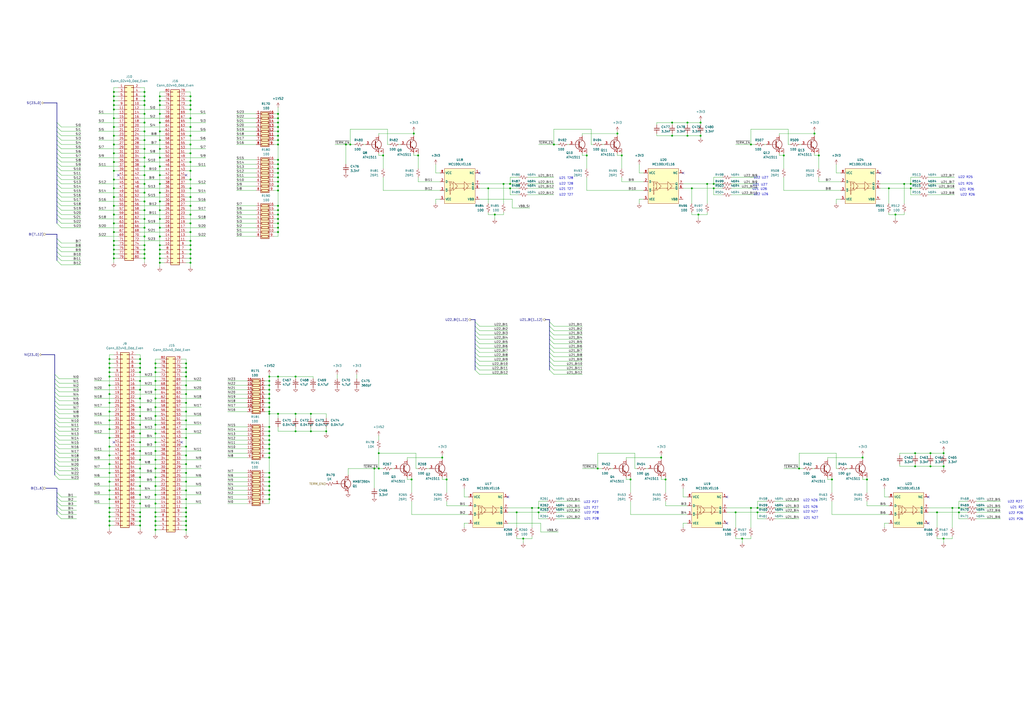
<source format=kicad_sch>
(kicad_sch (version 20250114) (generator "eeschema") (generator_version "9.0")
  (paper "A2")
  (text "U22 T27" (at 328.422 113.03 0) (effects (font (size 1.27 1.27))))
  (text "U22 R25" (at 560.07 102.87 0) (effects (font (size 1.27 1.27))))
  (text "U21 U26" (at 440.69 109.728 0) (effects (font (size 1.27 1.27))))
  (text "U21 T27" (at 328.422 109.728 0) (effects (font (size 1.27 1.27))))
  (text "U21 N26" (at 470.154 294.132 0) (effects (font (size 1.27 1.27))))
  (text "U22 N27" (at 470.154 296.926 0) (effects (font (size 1.27 1.27))))
  (text "U22 T28" (at 328.422 106.68 0) (effects (font (size 1.27 1.27))))
  (text "U21 P26" (at 589.28 301.244 0) (effects (font (size 1.27 1.27))))
  (text "U22 P28" (at 343.154 297.434 0) (effects (font (size 1.27 1.27))))
  (text "U22 P26" (at 589.28 297.688 0) (effects (font (size 1.27 1.27))))
  (text "U22 U27" (at 441.452 103.124 0) (effects (font (size 1.27 1.27))))
  (text "U22 N26" (at 470.154 290.322 0) (effects (font (size 1.27 1.27))))
  (text "U22 R26" (at 561.34 113.03 0) (effects (font (size 1.27 1.27))))
  (text "U22 U26" (at 441.452 112.776 0) (effects (font (size 1.27 1.27))))
  (text "U21 R27" (at 590.296 294.386 0) (effects (font (size 1.27 1.27))))
  (text "U21 N27" (at 470.408 300.482 0) (effects (font (size 1.27 1.27))))
  (text "U22 P27" (at 342.9 291.338 0) (effects (font (size 1.27 1.27))))
  (text "U21 P28" (at 343.154 300.99 0) (effects (font (size 1.27 1.27))))
  (text "U21 R26" (at 560.832 109.982 0) (effects (font (size 1.27 1.27))))
  (text "U21 U27" (at 440.944 107.188 0) (effects (font (size 1.27 1.27))))
  (text "U22 R27" (at 588.772 291.084 0) (effects (font (size 1.27 1.27))))
  (text "U21 T28" (at 328.422 103.378 0) (effects (font (size 1.27 1.27))))
  (text "U21 R25" (at 560.07 106.68 0) (effects (font (size 1.27 1.27))))
  (text "U21 P27" (at 342.9 294.64 0) (effects (font (size 1.27 1.27))))
  (junction (at 92.71 86.36))
  (junction (at 81.28 210.82))
  (junction (at 66.04 129.54))
  (junction (at 161.29 92.71))
  (junction (at 171.45 250.19))
  (junction (at 63.5 238.76))
  (junction (at 454.66 90.17))
  (junction (at 63.5 259.08))
  (junction (at 539.75 262.89))
  (junction (at 156.21 289.56))
  (junction (at 92.71 81.28))
  (junction (at 83.82 81.28))
  (junction (at 410.21 106.68))
  (junction (at 90.17 220.98))
  (junction (at 107.95 297.18))
  (junction (at 556.26 294.64))
  (junction (at 219.71 262.89))
  (junction (at 83.82 137.16))
  (junction (at 515.62 109.22))
  (junction (at 90.17 299.72))
  (junction (at 66.04 147.32))
  (junction (at 110.49 152.4))
  (junction (at 92.71 91.44))
  (junction (at 238.76 278.13))
  (junction (at 110.49 73.66))
  (junction (at 110.49 142.24))
  (junction (at 292.1 106.68))
  (junction (at 161.29 68.58))
  (junction (at 83.82 127))
  (junction (at 63.5 269.24))
  (junction (at 81.28 215.9))
  (junction (at 63.5 215.9))
  (junction (at 83.82 71.12))
  (junction (at 161.29 129.54))
  (junction (at 299.72 297.18))
  (junction (at 90.17 297.18))
  (junction (at 295.91 106.68))
  (junction (at 552.45 294.64))
  (junction (at 110.49 109.22))
  (junction (at 401.32 109.22))
  (junction (at 161.29 97.79))
  (junction (at 63.5 279.4))
  (junction (at 365.76 278.13))
  (junction (at 90.17 246.38))
  (junction (at 161.29 240.03))
  (junction (at 66.04 114.3))
  (junction (at 66.04 149.86))
  (junction (at 110.49 114.3))
  (junction (at 63.5 228.6))
  (junction (at 110.49 147.32))
  (junction (at 63.5 213.36))
  (junction (at 463.55 271.78))
  (junction (at 90.17 236.22))
  (junction (at 283.21 109.22))
  (junction (at 66.04 99.06))
  (junction (at 83.82 60.96))
  (junction (at 439.42 297.18))
  (junction (at 107.95 279.4))
  (junction (at 110.49 139.7))
  (junction (at 81.28 251.46))
  (junction (at 312.42 297.18))
  (junction (at 81.28 292.1))
  (junction (at 110.49 149.86))
  (junction (at 66.04 109.22))
  (junction (at 83.82 132.08))
  (junction (at 161.29 110.49))
  (junction (at 556.26 297.18))
  (junction (at 63.5 218.44))
  (junction (at 312.42 294.64))
  (junction (at 156.21 233.68))
  (junction (at 90.17 304.8))
  (junction (at 547.37 312.42))
  (junction (at 161.29 100.33))
  (junction (at 92.71 58.42))
  (junction (at 156.21 247.65))
  (junction (at 107.95 307.34))
  (junction (at 156.21 260.35))
  (junction (at 110.49 88.9))
  (junction (at 406.4 78.74))
  (junction (at 90.17 261.62))
  (junction (at 321.31 83.82))
  (junction (at 161.29 107.95))
  (junction (at 180.34 240.03))
  (junction (at 90.17 241.3))
  (junction (at 92.71 127))
  (junction (at 83.82 121.92))
  (junction (at 63.5 208.28))
  (junction (at 63.5 297.18))
  (junction (at 389.89 71.12))
  (junction (at 83.82 149.86))
  (junction (at 63.5 299.72))
  (junction (at 83.82 144.78))
  (junction (at 90.17 251.46))
  (junction (at 256.54 265.43))
  (junction (at 92.71 111.76))
  (junction (at 161.29 105.41))
  (junction (at 107.95 284.48))
  (junction (at 66.04 142.24))
  (junction (at 360.68 90.17))
  (junction (at 107.95 238.76))
  (junction (at 107.95 228.6))
  (junction (at 110.49 99.06))
  (junction (at 110.49 58.42))
  (junction (at 92.71 101.6))
  (junction (at 63.5 302.26))
  (junction (at 156.21 265.43))
  (junction (at 81.28 302.26))
  (junction (at 219.71 271.78))
  (junction (at 92.71 71.12))
  (junction (at 81.28 231.14))
  (junction (at 547.37 262.89))
  (junction (at 110.49 134.62))
  (junction (at 502.92 278.13))
  (junction (at 66.04 139.7))
  (junction (at 90.17 276.86))
  (junction (at 156.21 238.76))
  (junction (at 63.5 304.8))
  (junction (at 81.28 281.94))
  (junction (at 81.28 213.36))
  (junction (at 81.28 208.28))
  (junction (at 66.04 88.9))
  (junction (at 107.95 254))
  (junction (at 63.5 254))
  (junction (at 90.17 226.06))
  (junction (at 66.04 53.34))
  (junction (at 161.29 81.28))
  (junction (at 63.5 248.92))
  (junction (at 83.82 116.84))
  (junction (at 83.82 55.88))
  (junction (at 474.98 90.17))
  (junction (at 156.21 252.73))
  (junction (at 171.45 240.03))
  (junction (at 66.04 60.96))
  (junction (at 398.78 78.74))
  (junction (at 398.78 71.12))
  (junction (at 161.29 95.25))
  (junction (at 90.17 307.34))
  (junction (at 66.04 55.88))
  (junction (at 107.95 243.84))
  (junction (at 308.61 294.64))
  (junction (at 83.82 76.2))
  (junction (at 90.17 287.02))
  (junction (at 90.17 271.78))
  (junction (at 92.71 106.68))
  (junction (at 90.17 266.7))
  (junction (at 81.28 256.54))
  (junction (at 110.49 93.98))
  (junction (at 66.04 58.42))
  (junction (at 156.21 228.6))
  (junction (at 303.53 312.42))
  (junction (at 92.71 66.04))
  (junction (at 110.49 68.58))
  (junction (at 110.49 55.88))
  (junction (at 435.61 83.82))
  (junction (at 81.28 276.86))
  (junction (at 472.44 77.47))
  (junction (at 161.29 66.04))
  (junction (at 161.29 124.46))
  (junction (at 66.04 119.38))
  (junction (at 107.95 289.56))
  (junction (at 171.45 218.44))
  (junction (at 156.21 236.22))
  (junction (at 81.28 304.8))
  (junction (at 66.04 124.46))
  (junction (at 83.82 96.52))
  (junction (at 63.5 233.68))
  (junction (at 240.03 77.47))
  (junction (at 161.29 119.38))
  (junction (at 66.04 134.62))
  (junction (at 156.21 218.44))
  (junction (at 92.71 144.78))
  (junction (at 66.04 68.58))
  (junction (at 161.29 218.44))
  (junction (at 242.57 90.17))
  (junction (at 547.37 270.51))
  (junction (at 110.49 124.46))
  (junction (at 83.82 86.36))
  (junction (at 161.29 134.62))
  (junction (at 110.49 119.38))
  (junction (at 107.95 294.64))
  (junction (at 83.82 91.44))
  (junction (at 81.28 266.7))
  (junction (at 81.28 246.38))
  (junction (at 92.71 152.4))
  (junction (at 519.43 124.46))
  (junction (at 107.95 233.68))
  (junction (at 500.38 265.43))
  (junction (at 358.14 77.47))
  (junction (at 110.49 104.14))
  (junction (at 107.95 274.32))
  (junction (at 217.17 271.78))
  (junction (at 63.5 294.64))
  (junction (at 161.29 121.92))
  (junction (at 63.5 243.84))
  (junction (at 156.21 255.27))
  (junction (at 156.21 262.89))
  (junction (at 107.95 215.9))
  (junction (at 83.82 142.24))
  (junction (at 110.49 144.78))
  (junction (at 426.72 297.18))
  (junction (at 90.17 213.36))
  (junction (at 107.95 210.82))
  (junction (at 530.86 262.89))
  (junction (at 81.28 297.18))
  (junction (at 528.32 106.68))
  (junction (at 200.66 83.82))
  (junction (at 543.56 297.18))
  (junction (at 110.49 63.5))
  (junction (at 161.29 76.2))
  (junction (at 539.75 270.51))
  (junction (at 156.21 287.02))
  (junction (at 83.82 111.76))
  (junction (at 414.02 106.68))
  (junction (at 107.95 218.44))
  (junction (at 405.13 124.46))
  (junction (at 107.95 259.08))
  (junction (at 63.5 264.16))
  (junction (at 156.21 279.4))
  (junction (at 161.29 132.08))
  (junction (at 107.95 264.16))
  (junction (at 406.4 71.12))
  (junction (at 107.95 269.24))
  (junction (at 92.71 55.88))
  (junction (at 414.02 109.22))
  (junction (at 63.5 210.82))
  (junction (at 107.95 304.8))
  (junction (at 92.71 132.08))
  (junction (at 110.49 78.74))
  (junction (at 346.71 271.78))
  (junction (at 156.21 276.86))
  (junction (at 110.49 129.54))
  (junction (at 63.5 223.52))
  (junction (at 386.08 278.13))
  (junction (at 156.21 281.94))
  (junction (at 156.21 250.19))
  (junction (at 259.08 278.13))
  (junction (at 156.21 257.81))
  (junction (at 295.91 109.22))
  (junction (at 92.71 142.24))
  (junction (at 63.5 274.32))
  (junction (at 66.04 78.74))
  (junction (at 92.71 121.92))
  (junction (at 66.04 73.66))
  (junction (at 83.82 101.6))
  (junction (at 92.71 149.86))
  (junction (at 156.21 274.32))
  (junction (at 340.36 90.17))
  (junction (at 81.28 271.78))
  (junction (at 66.04 144.78))
  (junction (at 203.2 83.82))
  (junction (at 83.82 58.42))
  (junction (at 161.29 127))
  (junction (at 161.29 73.66))
  (junction (at 92.71 137.16))
  (junction (at 435.61 294.64))
  (junction (at 156.21 220.98))
  (junction (at 90.17 281.94))
  (junction (at 107.95 248.92))
  (junction (at 83.82 106.68))
  (junction (at 383.54 265.43))
  (junction (at 92.71 60.96))
  (junction (at 161.29 83.82))
  (junction (at 107.95 299.72))
  (junction (at 161.29 71.12))
  (junction (at 66.04 93.98))
  (junction (at 92.71 147.32))
  (junction (at 81.28 236.22))
  (junction (at 63.5 289.56))
  (junction (at 156.21 284.48))
  (junction (at 81.28 226.06))
  (junction (at 81.28 261.62))
  (junction (at 156.21 231.14))
  (junction (at 161.29 102.87))
  (junction (at 389.89 78.74))
  (junction (at 66.04 104.14))
  (junction (at 107.95 213.36))
  (junction (at 430.53 312.42))
  (junction (at 66.04 83.82))
  (junction (at 90.17 215.9))
  (junction (at 156.21 226.06))
  (junction (at 90.17 292.1))
  (junction (at 161.29 78.74))
  (junction (at 107.95 302.26))
  (junction (at 81.28 220.98))
  (junction (at 66.04 63.5))
  (junction (at 90.17 302.26))
  (junction (at 110.49 60.96))
  (junction (at 189.23 250.19))
  (junction (at 81.28 241.3))
  (junction (at 81.28 287.02))
  (junction (at 180.34 250.19))
  (junction (at 92.71 76.2))
  (junction (at 524.51 106.68))
  (junction (at 92.71 116.84))
  (junction (at 156.21 240.03))
  (junction (at 156.21 223.52))
  (junction (at 83.82 53.34))
  (junction (at 90.17 210.82))
  (junction (at 90.17 231.14))
  (junction (at 530.86 270.51))
  (junction (at 83.82 147.32))
  (junction (at 83.82 66.04))
  (junction (at 287.02 124.46))
  (junction (at 63.5 284.48))
  (junction (at 90.17 256.54))
  (junction (at 482.6 278.13))
  (junction (at 110.49 83.82))
  (junction (at 439.42 294.64))
  (junction (at 81.28 299.72))
  (junction (at 528.32 109.22))
  (junction (at 107.95 223.52))
  (junction (at 222.25 90.17))
  (junction (at 92.71 96.52))
  (no_connect (at 66.04 256.54))
  (no_connect (at 421.64 288.29))
  (no_connect (at 68.58 101.6))
  (no_connect (at 510.54 100.33))
  (no_connect (at 538.48 303.53))
  (no_connect (at 105.41 256.54))
  (no_connect (at 421.64 303.53))
  (no_connect (at 278.13 100.33))
  (no_connect (at 294.64 288.29))
  (no_connect (at 396.24 100.33))
  (no_connect (at 107.95 101.6))
  (no_connect (at 538.48 288.29))
  (bus_entry (at 31.75 222.25) (size 2.54 2.54))
  (bus_entry (at 275.59 204.47) (size 2.54 2.54))
  (bus_entry (at 33.02 146.05) (size 2.54 2.54))
  (bus_entry (at 33.02 83.82) (size 2.54 2.54))
  (bus_entry (at 31.75 270.51) (size 2.54 2.54))
  (bus_entry (at 31.75 227.33) (size 2.54 2.54))
  (bus_entry (at 31.75 252.73) (size 2.54 2.54))
  (bus_entry (at 318.77 189.23) (size 2.54 2.54))
  (bus_entry (at 31.75 257.81) (size 2.54 2.54))
  (bus_entry (at 33.02 106.68) (size 2.54 2.54))
  (bus_entry (at 275.59 189.23) (size 2.54 2.54))
  (bus_entry (at 33.02 93.98) (size 2.54 2.54))
  (bus_entry (at 33.02 285.75) (size 2.54 2.54))
  (bus_entry (at 31.75 262.89) (size 2.54 2.54))
  (bus_entry (at 33.02 99.06) (size 2.54 2.54))
  (bus_entry (at 275.59 209.55) (size 2.54 2.54))
  (bus_entry (at 275.59 201.93) (size 2.54 2.54))
  (bus_entry (at 33.02 114.3) (size 2.54 2.54))
  (bus_entry (at 33.02 138.43) (size 2.54 2.54))
  (bus_entry (at 33.02 151.13) (size 2.54 2.54))
  (bus_entry (at 33.02 116.84) (size 2.54 2.54))
  (bus_entry (at 33.02 121.92) (size 2.54 2.54))
  (bus_entry (at 275.59 214.63) (size 2.54 2.54))
  (bus_entry (at 318.77 194.31) (size 2.54 2.54))
  (bus_entry (at 275.59 191.77) (size 2.54 2.54))
  (bus_entry (at 33.02 288.29) (size 2.54 2.54))
  (bus_entry (at 275.59 194.31) (size 2.54 2.54))
  (bus_entry (at 318.77 209.55) (size 2.54 2.54))
  (bus_entry (at 33.02 293.37) (size 2.54 2.54))
  (bus_entry (at 318.77 212.09) (size 2.54 2.54))
  (bus_entry (at 33.02 104.14) (size 2.54 2.54))
  (bus_entry (at 31.75 255.27) (size 2.54 2.54))
  (bus_entry (at 33.02 295.91) (size 2.54 2.54))
  (bus_entry (at 275.59 199.39) (size 2.54 2.54))
  (bus_entry (at 33.02 109.22) (size 2.54 2.54))
  (bus_entry (at 31.75 245.11) (size 2.54 2.54))
  (bus_entry (at 33.02 148.59) (size 2.54 2.54))
  (bus_entry (at 33.02 91.44) (size 2.54 2.54))
  (bus_entry (at 31.75 217.17) (size 2.54 2.54))
  (bus_entry (at 31.75 232.41) (size 2.54 2.54))
  (bus_entry (at 31.75 237.49) (size 2.54 2.54))
  (bus_entry (at 318.77 191.77) (size 2.54 2.54))
  (bus_entry (at 31.75 273.05) (size 2.54 2.54))
  (bus_entry (at 31.75 219.71) (size 2.54 2.54))
  (bus_entry (at 31.75 242.57) (size 2.54 2.54))
  (bus_entry (at 31.75 250.19) (size 2.54 2.54))
  (bus_entry (at 31.75 229.87) (size 2.54 2.54))
  (bus_entry (at 318.77 186.69) (size 2.54 2.54))
  (bus_entry (at 33.02 96.52) (size 2.54 2.54))
  (bus_entry (at 318.77 199.39) (size 2.54 2.54))
  (bus_entry (at 275.59 186.69) (size 2.54 2.54))
  (bus_entry (at 31.75 260.35) (size 2.54 2.54))
  (bus_entry (at 318.77 207.01) (size 2.54 2.54))
  (bus_entry (at 31.75 224.79) (size 2.54 2.54))
  (bus_entry (at 33.02 71.12) (size 2.54 2.54))
  (bus_entry (at 31.75 234.95) (size 2.54 2.54))
  (bus_entry (at 31.75 275.59) (size 2.54 2.54))
  (bus_entry (at 33.02 81.28) (size 2.54 2.54))
  (bus_entry (at 318.77 196.85) (size 2.54 2.54))
  (bus_entry (at 318.77 201.93) (size 2.54 2.54))
  (bus_entry (at 33.02 86.36) (size 2.54 2.54))
  (bus_entry (at 31.75 267.97) (size 2.54 2.54))
  (bus_entry (at 31.75 265.43) (size 2.54 2.54))
  (bus_entry (at 33.02 290.83) (size 2.54 2.54))
  (bus_entry (at 33.02 140.97) (size 2.54 2.54))
  (bus_entry (at 33.02 298.45) (size 2.54 2.54))
  (bus_entry (at 33.02 101.6) (size 2.54 2.54))
  (bus_entry (at 33.02 76.2) (size 2.54 2.54))
  (bus_entry (at 33.02 127) (size 2.54 2.54))
  (bus_entry (at 31.75 247.65) (size 2.54 2.54))
  (bus_entry (at 33.02 88.9) (size 2.54 2.54))
  (bus_entry (at 33.02 111.76) (size 2.54 2.54))
  (bus_entry (at 33.02 73.66) (size 2.54 2.54))
  (bus_entry (at 31.75 240.03) (size 2.54 2.54))
  (bus_entry (at 275.59 196.85) (size 2.54 2.54))
  (bus_entry (at 33.02 119.38) (size 2.54 2.54))
  (bus_entry (at 33.02 124.46) (size 2.54 2.54))
  (bus_entry (at 275.59 207.01) (size 2.54 2.54))
  (bus_entry (at 33.02 78.74) (size 2.54 2.54))
  (bus_entry (at 33.02 129.54) (size 2.54 2.54))
  (bus_entry (at 33.02 143.51) (size 2.54 2.54))
  (bus_entry (at 318.77 214.63) (size 2.54 2.54))
  (bus_entry (at 318.77 204.47) (size 2.54 2.54))
  (bus_entry (at 275.59 212.09) (size 2.54 2.54))
  (wire (pts (xy 398.78 78.74) (xy 398.78 77.47)))
  (wire (pts (xy 156.21 276.86) (xy 153.67 276.86)))
  (wire (pts (xy 161.29 250.19) (xy 161.29 247.65)))
  (bus (pts (xy 33.02 83.82) (xy 33.02 81.28)))
  (wire (pts (xy 54.61 281.94) (xy 66.04 281.94)))
  (wire (pts (xy 346.71 262.89) (xy 346.71 271.78)))
  (wire (pts (xy 219.71 78.74) (xy 219.71 77.47)))
  (bus (pts (xy 31.75 252.73) (xy 31.75 250.19)))
  (wire (pts (xy 66.04 93.98) (xy 66.04 99.06)))
  (wire (pts (xy 543.56 311.15) (xy 543.56 312.42)))
  (wire (pts (xy 148.59 129.54) (xy 137.16 129.54)))
  (wire (pts (xy 66.04 88.9) (xy 66.04 93.98)))
  (wire (pts (xy 54.61 266.7) (xy 66.04 266.7)))
  (wire (pts (xy 57.15 91.44) (xy 68.58 91.44)))
  (wire (pts (xy 83.82 53.34) (xy 81.28 53.34)))
  (wire (pts (xy 200.66 83.82) (xy 200.66 95.25)))
  (wire (pts (xy 105.41 269.24) (xy 107.95 269.24)))
  (wire (pts (xy 414.02 106.68) (xy 419.1 106.68)))
  (bus (pts (xy 33.02 76.2) (xy 33.02 73.66)))
  (wire (pts (xy 81.28 292.1) (xy 81.28 297.18)))
  (wire (pts (xy 156.21 279.4) (xy 156.21 281.94)))
  (bus (pts (xy 31.75 229.87) (xy 31.75 227.33)))
  (wire (pts (xy 92.71 149.86) (xy 95.25 149.86)))
  (wire (pts (xy 538.48 106.68) (xy 553.72 106.68)))
  (wire (pts (xy 63.5 304.8) (xy 63.5 307.34)))
  (wire (pts (xy 107.95 83.82) (xy 110.49 83.82)))
  (wire (pts (xy 34.29 240.03) (xy 45.72 240.03)))
  (wire (pts (xy 552.45 294.64) (xy 556.26 294.64)))
  (wire (pts (xy 486.41 271.78) (xy 485.14 271.78)))
  (wire (pts (xy 161.29 132.08) (xy 158.75 132.08)))
  (wire (pts (xy 156.21 281.94) (xy 156.21 284.48)))
  (wire (pts (xy 358.14 77.47) (xy 358.14 78.74)))
  (wire (pts (xy 81.28 299.72) (xy 81.28 302.26)))
  (wire (pts (xy 110.49 63.5) (xy 107.95 63.5)))
  (wire (pts (xy 83.82 149.86) (xy 83.82 152.4)))
  (wire (pts (xy 161.29 127) (xy 158.75 127)))
  (wire (pts (xy 161.29 107.95) (xy 158.75 107.95)))
  (wire (pts (xy 57.15 111.76) (xy 68.58 111.76)))
  (wire (pts (xy 90.17 299.72) (xy 90.17 302.26)))
  (wire (pts (xy 68.58 114.3) (xy 66.04 114.3)))
  (wire (pts (xy 107.95 228.6) (xy 107.95 233.68)))
  (wire (pts (xy 107.95 73.66) (xy 110.49 73.66)))
  (wire (pts (xy 556.26 297.18) (xy 561.34 297.18)))
  (wire (pts (xy 68.58 119.38) (xy 66.04 119.38)))
  (wire (pts (xy 143.51 279.4) (xy 132.08 279.4)))
  (wire (pts (xy 161.29 119.38) (xy 158.75 119.38)))
  (wire (pts (xy 81.28 215.9) (xy 81.28 220.98)))
  (wire (pts (xy 107.95 210.82) (xy 107.95 213.36)))
  (wire (pts (xy 161.29 219.71) (xy 161.29 218.44)))
  (wire (pts (xy 81.28 226.06) (xy 78.74 226.06)))
  (wire (pts (xy 81.28 93.98) (xy 95.25 93.98)))
  (wire (pts (xy 90.17 251.46) (xy 92.71 251.46)))
  (wire (pts (xy 195.58 217.17) (xy 195.58 219.71)))
  (bus (pts (xy 24.13 205.74) (xy 31.75 205.74)))
  (wire (pts (xy 63.5 213.36) (xy 66.04 213.36)))
  (wire (pts (xy 107.95 68.58) (xy 110.49 68.58)))
  (wire (pts (xy 381 71.12) (xy 389.89 71.12)))
  (wire (pts (xy 143.51 228.6) (xy 132.08 228.6)))
  (wire (pts (xy 539.75 262.89) (xy 547.37 262.89)))
  (wire (pts (xy 81.28 124.46) (xy 95.25 124.46)))
  (wire (pts (xy 360.68 102.87) (xy 360.68 105.41)))
  (wire (pts (xy 119.38 137.16) (xy 107.95 137.16)))
  (wire (pts (xy 119.38 76.2) (xy 107.95 76.2)))
  (wire (pts (xy 90.17 276.86) (xy 92.71 276.86)))
  (wire (pts (xy 92.71 111.76) (xy 95.25 111.76)))
  (wire (pts (xy 538.48 294.64) (xy 552.45 294.64)))
  (wire (pts (xy 83.82 121.92) (xy 81.28 121.92)))
  (wire (pts (xy 35.56 81.28) (xy 46.99 81.28)))
  (bus (pts (xy 318.77 194.31) (xy 318.77 191.77)))
  (wire (pts (xy 252.73 115.57) (xy 255.27 115.57)))
  (wire (pts (xy 454.66 102.87) (xy 454.66 110.49)))
  (wire (pts (xy 180.34 250.19) (xy 189.23 250.19)))
  (wire (pts (xy 92.71 137.16) (xy 95.25 137.16)))
  (wire (pts (xy 161.29 129.54) (xy 158.75 129.54)))
  (wire (pts (xy 156.21 257.81) (xy 156.21 260.35)))
  (wire (pts (xy 421.64 294.64) (xy 435.61 294.64)))
  (wire (pts (xy 360.68 88.9) (xy 360.68 90.17)))
  (bus (pts (xy 33.02 121.92) (xy 33.02 119.38)))
  (wire (pts (xy 143.51 284.48) (xy 132.08 284.48)))
  (wire (pts (xy 444.5 290.83) (xy 439.42 290.83)))
  (wire (pts (xy 90.17 251.46) (xy 90.17 256.54)))
  (wire (pts (xy 78.74 223.52) (xy 92.71 223.52)))
  (wire (pts (xy 219.71 88.9) (xy 219.71 90.17)))
  (wire (pts (xy 81.28 256.54) (xy 78.74 256.54)))
  (wire (pts (xy 444.5 300.99) (xy 439.42 300.99)))
  (wire (pts (xy 34.29 260.35) (xy 45.72 260.35)))
  (wire (pts (xy 363.22 265.43) (xy 383.54 265.43)))
  (bus (pts (xy 31.75 217.17) (xy 31.75 205.74)))
  (wire (pts (xy 92.71 147.32) (xy 95.25 147.32)))
  (wire (pts (xy 435.61 83.82) (xy 438.15 83.82)))
  (bus (pts (xy 275.59 204.47) (xy 275.59 201.93)))
  (wire (pts (xy 92.71 101.6) (xy 95.25 101.6)))
  (wire (pts (xy 474.98 105.41) (xy 487.68 105.41)))
  (wire (pts (xy 105.41 238.76) (xy 107.95 238.76)))
  (wire (pts (xy 90.17 261.62) (xy 90.17 266.7)))
  (wire (pts (xy 63.5 294.64) (xy 63.5 297.18)))
  (bus (pts (xy 33.02 81.28) (xy 33.02 78.74)))
  (wire (pts (xy 107.95 152.4) (xy 110.49 152.4)))
  (wire (pts (xy 439.42 300.99) (xy 439.42 297.18)))
  (wire (pts (xy 547.37 270.51) (xy 547.37 271.78)))
  (wire (pts (xy 92.71 111.76) (xy 92.71 116.84)))
  (wire (pts (xy 543.56 312.42) (xy 547.37 312.42)))
  (wire (pts (xy 143.51 281.94) (xy 132.08 281.94)))
  (wire (pts (xy 105.41 243.84) (xy 107.95 243.84)))
  (wire (pts (xy 452.12 88.9) (xy 452.12 90.17)))
  (wire (pts (xy 161.29 76.2) (xy 161.29 78.74)))
  (wire (pts (xy 219.71 252.73) (xy 219.71 255.27)))
  (wire (pts (xy 66.04 144.78) (xy 66.04 147.32)))
  (wire (pts (xy 78.74 294.64) (xy 92.71 294.64)))
  (wire (pts (xy 92.71 152.4) (xy 92.71 154.94)))
  (wire (pts (xy 107.95 147.32) (xy 110.49 147.32)))
  (wire (pts (xy 443.23 83.82) (xy 444.5 83.82)))
  (wire (pts (xy 90.17 236.22) (xy 90.17 241.3)))
  (wire (pts (xy 57.15 66.04) (xy 68.58 66.04)))
  (wire (pts (xy 502.92 290.83) (xy 502.92 293.37)))
  (wire (pts (xy 107.95 254) (xy 107.95 259.08)))
  (wire (pts (xy 161.29 127) (xy 161.29 129.54)))
  (wire (pts (xy 381 78.74) (xy 389.89 78.74)))
  (wire (pts (xy 242.57 271.78) (xy 241.3 271.78)))
  (bus (pts (xy 275.59 209.55) (xy 275.59 207.01)))
  (wire (pts (xy 81.28 134.62) (xy 95.25 134.62)))
  (wire (pts (xy 515.62 124.46) (xy 519.43 124.46)))
  (wire (pts (xy 68.58 83.82) (xy 66.04 83.82)))
  (wire (pts (xy 252.73 95.25) (xy 252.73 100.33)))
  (wire (pts (xy 54.61 292.1) (xy 66.04 292.1)))
  (wire (pts (xy 116.84 271.78) (xy 105.41 271.78)))
  (wire (pts (xy 321.31 209.55) (xy 337.82 209.55)))
  (wire (pts (xy 143.51 220.98) (xy 132.08 220.98)))
  (wire (pts (xy 116.84 276.86) (xy 105.41 276.86)))
  (wire (pts (xy 83.82 142.24) (xy 81.28 142.24)))
  (wire (pts (xy 337.82 77.47) (xy 358.14 77.47)))
  (wire (pts (xy 83.82 127) (xy 81.28 127)))
  (wire (pts (xy 92.71 66.04) (xy 95.25 66.04)))
  (wire (pts (xy 148.59 81.28) (xy 137.16 81.28)))
  (wire (pts (xy 92.71 91.44) (xy 92.71 96.52)))
  (wire (pts (xy 543.56 306.07) (xy 543.56 297.18)))
  (wire (pts (xy 90.17 231.14) (xy 90.17 236.22)))
  (wire (pts (xy 68.58 129.54) (xy 66.04 129.54)))
  (wire (pts (xy 500.38 265.43) (xy 500.38 266.7)))
  (wire (pts (xy 90.17 220.98) (xy 90.17 226.06)))
  (bus (pts (xy 33.02 295.91) (xy 33.02 293.37)))
  (wire (pts (xy 321.31 201.93) (xy 337.82 201.93)))
  (wire (pts (xy 156.21 226.06) (xy 156.21 228.6)))
  (wire (pts (xy 35.56 109.22) (xy 46.99 109.22)))
  (wire (pts (xy 63.5 274.32) (xy 63.5 279.4)))
  (wire (pts (xy 156.21 218.44) (xy 161.29 218.44)))
  (wire (pts (xy 83.82 149.86) (xy 81.28 149.86)))
  (wire (pts (xy 107.95 223.52) (xy 107.95 228.6)))
  (wire (pts (xy 161.29 76.2) (xy 158.75 76.2)))
  (wire (pts (xy 83.82 132.08) (xy 83.82 137.16)))
  (wire (pts (xy 78.74 279.4) (xy 92.71 279.4)))
  (wire (pts (xy 81.28 208.28) (xy 78.74 208.28)))
  (bus (pts (xy 33.02 111.76) (xy 33.02 109.22)))
  (wire (pts (xy 283.21 124.46) (xy 287.02 124.46)))
  (wire (pts (xy 278.13 212.09) (xy 294.64 212.09)))
  (wire (pts (xy 156.21 252.73) (xy 153.67 252.73)))
  (wire (pts (xy 222.25 90.17) (xy 222.25 97.79)))
  (wire (pts (xy 68.58 99.06) (xy 66.04 99.06)))
  (wire (pts (xy 561.34 300.99) (xy 556.26 300.99)))
  (wire (pts (xy 92.71 127) (xy 92.71 132.08)))
  (wire (pts (xy 90.17 292.1) (xy 92.71 292.1)))
  (bus (pts (xy 31.75 232.41) (xy 31.75 229.87)))
  (wire (pts (xy 321.31 217.17) (xy 337.82 217.17)))
  (wire (pts (xy 313.69 303.53) (xy 313.69 308.61)))
  (wire (pts (xy 92.71 152.4) (xy 95.25 152.4)))
  (wire (pts (xy 34.29 222.25) (xy 45.72 222.25)))
  (wire (pts (xy 92.71 76.2) (xy 95.25 76.2)))
  (wire (pts (xy 90.17 287.02) (xy 92.71 287.02)))
  (wire (pts (xy 556.26 300.99) (xy 556.26 297.18)))
  (wire (pts (xy 449.58 300.99) (xy 463.55 300.99)))
  (wire (pts (xy 81.28 304.8) (xy 81.28 307.34)))
  (wire (pts (xy 547.37 312.42) (xy 552.45 312.42)))
  (wire (pts (xy 81.28 213.36) (xy 81.28 215.9)))
  (wire (pts (xy 119.38 111.76) (xy 107.95 111.76)))
  (wire (pts (xy 143.51 262.89) (xy 132.08 262.89)))
  (wire (pts (xy 156.21 223.52) (xy 153.67 223.52)))
  (wire (pts (xy 105.41 228.6) (xy 107.95 228.6)))
  (wire (pts (xy 424.18 102.87) (xy 439.42 102.87)))
  (wire (pts (xy 110.49 63.5) (xy 110.49 68.58)))
  (wire (pts (xy 241.3 271.78) (xy 241.3 262.89)))
  (wire (pts (xy 83.82 60.96) (xy 81.28 60.96)))
  (wire (pts (xy 116.84 220.98) (xy 105.41 220.98)))
  (wire (pts (xy 66.04 109.22) (xy 66.04 114.3)))
  (wire (pts (xy 35.56 293.37) (xy 44.45 293.37)))
  (wire (pts (xy 63.5 205.74) (xy 66.04 205.74)))
  (wire (pts (xy 439.42 290.83) (xy 439.42 294.64)))
  (wire (pts (xy 83.82 101.6) (xy 83.82 106.68)))
  (wire (pts (xy 68.58 142.24) (xy 66.04 142.24)))
  (wire (pts (xy 383.54 265.43) (xy 383.54 266.7)))
  (wire (pts (xy 312.42 297.18) (xy 317.5 297.18)))
  (wire (pts (xy 34.29 265.43) (xy 45.72 265.43)))
  (bus (pts (xy 33.02 91.44) (xy 33.02 88.9)))
  (wire (pts (xy 57.15 71.12) (xy 68.58 71.12)))
  (bus (pts (xy 31.75 237.49) (xy 31.75 234.95)))
  (wire (pts (xy 63.5 269.24) (xy 63.5 274.32)))
  (bus (pts (xy 31.75 250.19) (xy 31.75 247.65)))
  (wire (pts (xy 161.29 105.41) (xy 161.29 107.95)))
  (wire (pts (xy 161.29 81.28) (xy 161.29 83.82)))
  (wire (pts (xy 63.5 289.56) (xy 63.5 294.64)))
  (wire (pts (xy 143.51 236.22) (xy 132.08 236.22)))
  (wire (pts (xy 54.61 236.22) (xy 66.04 236.22)))
  (wire (pts (xy 83.82 132.08) (xy 81.28 132.08)))
  (wire (pts (xy 34.29 237.49) (xy 45.72 237.49)))
  (wire (pts (xy 83.82 81.28) (xy 83.82 86.36)))
  (wire (pts (xy 66.04 50.8) (xy 68.58 50.8)))
  (wire (pts (xy 66.04 294.64) (xy 63.5 294.64)))
  (wire (pts (xy 556.26 290.83) (xy 556.26 294.64)))
  (wire (pts (xy 222.25 88.9) (xy 222.25 90.17)))
  (wire (pts (xy 68.58 78.74) (xy 66.04 78.74)))
  (wire (pts (xy 426.72 297.18) (xy 439.42 297.18)))
  (wire (pts (xy 321.31 214.63) (xy 337.82 214.63)))
  (wire (pts (xy 454.66 110.49) (xy 487.68 110.49)))
  (wire (pts (xy 430.53 312.42) (xy 435.61 312.42)))
  (wire (pts (xy 148.59 100.33) (xy 137.16 100.33)))
  (wire (pts (xy 143.51 289.56) (xy 132.08 289.56)))
  (wire (pts (xy 110.49 68.58) (xy 110.49 73.66)))
  (wire (pts (xy 34.29 262.89) (xy 45.72 262.89)))
  (bus (pts (xy 31.75 262.89) (xy 31.75 260.35)))
  (wire (pts (xy 107.95 299.72) (xy 107.95 302.26)))
  (wire (pts (xy 513.08 288.29) (xy 515.62 288.29)))
  (wire (pts (xy 340.36 88.9) (xy 340.36 90.17)))
  (bus (pts (xy 31.75 234.95) (xy 31.75 232.41)))
  (wire (pts (xy 63.5 210.82) (xy 66.04 210.82)))
  (wire (pts (xy 500.38 278.13) (xy 502.92 278.13)))
  (wire (pts (xy 358.14 90.17) (xy 360.68 90.17)))
  (bus (pts (xy 31.75 247.65) (xy 31.75 245.11)))
  (wire (pts (xy 156.21 238.76) (xy 156.21 240.03)))
  (wire (pts (xy 308.61 294.64) (xy 312.42 294.64)))
  (wire (pts (xy 292.1 124.46) (xy 292.1 123.19)))
  (bus (pts (xy 33.02 99.06) (xy 33.02 96.52)))
  (wire (pts (xy 161.29 95.25) (xy 158.75 95.25)))
  (wire (pts (xy 90.17 307.34) (xy 90.17 309.88)))
  (wire (pts (xy 513.08 303.53) (xy 515.62 303.53)))
  (wire (pts (xy 66.04 304.8) (xy 63.5 304.8)))
  (wire (pts (xy 81.28 208.28) (xy 81.28 210.82)))
  (wire (pts (xy 119.38 71.12) (xy 107.95 71.12)))
  (wire (pts (xy 156.21 279.4) (xy 153.67 279.4)))
  (wire (pts (xy 539.75 270.51) (xy 547.37 270.51)))
  (wire (pts (xy 83.82 55.88) (xy 83.82 58.42)))
  (wire (pts (xy 107.95 238.76) (xy 107.95 243.84)))
  (wire (pts (xy 156.21 276.86) (xy 156.21 279.4)))
  (wire (pts (xy 63.5 297.18) (xy 63.5 299.72)))
  (wire (pts (xy 143.51 233.68) (xy 132.08 233.68)))
  (wire (pts (xy 485.14 271.78) (xy 485.14 262.89)))
  (wire (pts (xy 161.29 66.04) (xy 161.29 68.58)))
  (wire (pts (xy 35.56 78.74) (xy 46.99 78.74)))
  (wire (pts (xy 342.9 83.82) (xy 342.9 74.93)))
  (wire (pts (xy 148.59 124.46) (xy 137.16 124.46)))
  (wire (pts (xy 81.28 281.94) (xy 81.28 287.02)))
  (bus (pts (xy 31.75 265.43) (xy 31.75 262.89)))
  (wire (pts (xy 337.82 271.78) (xy 346.71 271.78)))
  (wire (pts (xy 406.4 71.12) (xy 406.4 72.39)))
  (wire (pts (xy 219.71 77.47) (xy 240.03 77.47)))
  (wire (pts (xy 119.38 127) (xy 107.95 127)))
  (wire (pts (xy 81.28 292.1) (xy 78.74 292.1)))
  (wire (pts (xy 63.5 259.08) (xy 63.5 264.16)))
  (wire (pts (xy 410.21 106.68) (xy 410.21 118.11)))
  (wire (pts (xy 240.03 76.2) (xy 240.03 77.47)))
  (wire (pts (xy 107.95 233.68) (xy 107.95 238.76)))
  (wire (pts (xy 405.13 124.46) (xy 405.13 127)))
  (wire (pts (xy 90.17 281.94) (xy 92.71 281.94)))
  (wire (pts (xy 90.17 304.8) (xy 92.71 304.8)))
  (wire (pts (xy 78.74 228.6) (xy 92.71 228.6)))
  (wire (pts (xy 530.86 270.51) (xy 530.86 269.24)))
  (wire (pts (xy 92.71 116.84) (xy 92.71 121.92)))
  (wire (pts (xy 83.82 53.34) (xy 83.82 55.88)))
  (wire (pts (xy 83.82 106.68) (xy 81.28 106.68)))
  (wire (pts (xy 35.56 132.08) (xy 46.99 132.08)))
  (bus (pts (xy 33.02 124.46) (xy 33.02 121.92)))
  (wire (pts (xy 57.15 116.84) (xy 68.58 116.84)))
  (wire (pts (xy 105.41 223.52) (xy 107.95 223.52)))
  (wire (pts (xy 116.84 226.06) (xy 105.41 226.06)))
  (wire (pts (xy 306.07 102.87) (xy 321.31 102.87)))
  (wire (pts (xy 57.15 121.92) (xy 68.58 121.92)))
  (wire (pts (xy 66.04 73.66) (xy 66.04 78.74)))
  (wire (pts (xy 107.95 124.46) (xy 110.49 124.46)))
  (wire (pts (xy 92.71 53.34) (xy 92.71 55.88)))
  (wire (pts (xy 68.58 109.22) (xy 66.04 109.22)))
  (wire (pts (xy 78.74 238.76) (xy 92.71 238.76)))
  (wire (pts (xy 119.38 132.08) (xy 107.95 132.08)))
  (wire (pts (xy 148.59 105.41) (xy 137.16 105.41)))
  (wire (pts (xy 528.32 106.68) (xy 533.4 106.68)))
  (wire (pts (xy 105.41 297.18) (xy 107.95 297.18)))
  (wire (pts (xy 161.29 102.87) (xy 158.75 102.87)))
  (wire (pts (xy 143.51 226.06) (xy 132.08 226.06)))
  (wire (pts (xy 90.17 271.78) (xy 90.17 276.86)))
  (wire (pts (xy 156.21 274.32) (xy 153.67 274.32)))
  (wire (pts (xy 34.29 267.97) (xy 45.72 267.97)))
  (wire (pts (xy 92.71 60.96) (xy 95.25 60.96)))
  (wire (pts (xy 156.21 284.48) (xy 153.67 284.48)))
  (wire (pts (xy 224.79 74.93) (xy 203.2 74.93)))
  (wire (pts (xy 78.74 269.24) (xy 92.71 269.24)))
  (wire (pts (xy 156.21 281.94) (xy 153.67 281.94)))
  (wire (pts (xy 485.14 100.33) (xy 487.68 100.33)))
  (wire (pts (xy 203.2 74.93) (xy 203.2 83.82)))
  (wire (pts (xy 180.34 250.19) (xy 180.34 247.65)))
  (wire (pts (xy 474.98 88.9) (xy 474.98 90.17)))
  (wire (pts (xy 83.82 142.24) (xy 83.82 144.78)))
  (wire (pts (xy 360.68 105.41) (xy 373.38 105.41)))
  (wire (pts (xy 297.18 115.57) (xy 297.18 120.65)))
  (wire (pts (xy 424.18 106.68) (xy 439.42 106.68)))
  (wire (pts (xy 63.5 284.48) (xy 63.5 289.56)))
  (wire (pts (xy 110.49 53.34) (xy 110.49 55.88)))
  (wire (pts (xy 521.97 262.89) (xy 521.97 264.16)))
  (wire (pts (xy 241.3 262.89) (xy 219.71 262.89)))
  (wire (pts (xy 143.51 292.1) (xy 132.08 292.1)))
  (wire (pts (xy 528.32 113.03) (xy 528.32 109.22)))
  (wire (pts (xy 119.38 81.28) (xy 107.95 81.28)))
  (wire (pts (xy 116.84 236.22) (xy 105.41 236.22)))
  (wire (pts (xy 78.74 248.92) (xy 92.71 248.92)))
  (wire (pts (xy 110.49 152.4) (xy 110.49 154.94)))
  (wire (pts (xy 530.86 262.89) (xy 530.86 264.16)))
  (wire (pts (xy 398.78 78.74) (xy 406.4 78.74)))
  (wire (pts (xy 552.45 312.42) (xy 552.45 311.15)))
  (bus (pts (xy 275.59 196.85) (xy 275.59 194.31)))
  (wire (pts (xy 83.82 101.6) (xy 81.28 101.6)))
  (wire (pts (xy 92.71 137.16) (xy 92.71 142.24)))
  (wire (pts (xy 35.56 104.14) (xy 46.99 104.14)))
  (wire (pts (xy 346.71 271.78) (xy 349.25 271.78)))
  (wire (pts (xy 83.82 144.78) (xy 81.28 144.78)))
  (wire (pts (xy 81.28 297.18) (xy 78.74 297.18)))
  (wire (pts (xy 171.45 219.71) (xy 171.45 218.44)))
  (wire (pts (xy 143.51 274.32) (xy 132.08 274.32)))
  (wire (pts (xy 92.71 60.96) (xy 92.71 66.04)))
  (bus (pts (xy 33.02 151.13) (xy 33.02 148.59)))
  (wire (pts (xy 34.29 232.41) (xy 45.72 232.41)))
  (wire (pts (xy 435.61 312.42) (xy 435.61 311.15)))
  (wire (pts (xy 107.95 149.86) (xy 110.49 149.86)))
  (wire (pts (xy 90.17 287.02) (xy 90.17 292.1)))
  (wire (pts (xy 110.49 144.78) (xy 110.49 147.32)))
  (bus (pts (xy 318.77 209.55) (xy 318.77 207.01)))
  (wire (pts (xy 66.04 78.74) (xy 66.04 83.82)))
  (wire (pts (xy 524.51 106.68) (xy 524.51 118.11)))
  (wire (pts (xy 81.28 129.54) (xy 95.25 129.54)))
  (wire (pts (xy 363.22 266.7) (xy 363.22 265.43)))
  (wire (pts (xy 278.13 194.31) (xy 294.64 194.31)))
  (wire (pts (xy 66.04 297.18) (xy 63.5 297.18)))
  (wire (pts (xy 107.95 304.8) (xy 107.95 307.34)))
  (bus (pts (xy 31.75 255.27) (xy 31.75 252.73)))
  (wire (pts (xy 66.04 114.3) (xy 66.04 119.38)))
  (wire (pts (xy 92.71 66.04) (xy 92.71 71.12)))
  (wire (pts (xy 110.49 109.22) (xy 110.49 114.3)))
  (wire (pts (xy 299.72 312.42) (xy 303.53 312.42)))
  (wire (pts (xy 34.29 275.59) (xy 45.72 275.59)))
  (wire (pts (xy 312.42 294.64) (xy 317.5 294.64)))
  (wire (pts (xy 148.59 68.58) (xy 137.16 68.58)))
  (wire (pts (xy 374.65 271.78) (xy 375.92 271.78)))
  (wire (pts (xy 219.71 260.35) (xy 219.71 262.89)))
  (wire (pts (xy 66.04 248.92) (xy 63.5 248.92)))
  (wire (pts (xy 107.95 259.08) (xy 107.95 264.16)))
  (wire (pts (xy 530.86 262.89) (xy 539.75 262.89)))
  (bus (pts (xy 33.02 71.12) (xy 33.02 59.69)))
  (wire (pts (xy 81.28 210.82) (xy 78.74 210.82)))
  (wire (pts (xy 66.04 50.8) (xy 66.04 53.34)))
  (wire (pts (xy 401.32 123.19) (xy 401.32 124.46)))
  (wire (pts (xy 308.61 312.42) (xy 308.61 311.15)))
  (wire (pts (xy 161.29 81.28) (xy 158.75 81.28)))
  (wire (pts (xy 105.41 279.4) (xy 107.95 279.4)))
  (bus (pts (xy 31.75 260.35) (xy 31.75 257.81)))
  (wire (pts (xy 156.21 231.14) (xy 153.67 231.14)))
  (wire (pts (xy 295.91 102.87) (xy 295.91 106.68)))
  (wire (pts (xy 57.15 96.52) (xy 68.58 96.52)))
  (wire (pts (xy 83.82 55.88) (xy 81.28 55.88)))
  (wire (pts (xy 90.17 276.86) (xy 90.17 281.94)))
  (wire (pts (xy 110.49 124.46) (xy 110.49 129.54)))
  (wire (pts (xy 83.82 137.16) (xy 83.82 142.24)))
  (bus (pts (xy 31.75 270.51) (xy 31.75 267.97)))
  (wire (pts (xy 292.1 106.68) (xy 295.91 106.68)))
  (wire (pts (xy 143.51 265.43) (xy 132.08 265.43)))
  (wire (pts (xy 259.08 293.37) (xy 271.78 293.37)))
  (wire (pts (xy 54.61 261.62) (xy 66.04 261.62)))
  (wire (pts (xy 200.66 83.82) (xy 203.2 83.82)))
  (wire (pts (xy 156.21 287.02) (xy 153.67 287.02)))
  (wire (pts (xy 156.21 255.27) (xy 153.67 255.27)))
  (wire (pts (xy 238.76 276.86) (xy 238.76 278.13)))
  (wire (pts (xy 54.61 246.38) (xy 66.04 246.38)))
  (wire (pts (xy 35.56 99.06) (xy 46.99 99.06)))
  (wire (pts (xy 458.47 83.82) (xy 457.2 83.82)))
  (wire (pts (xy 35.56 148.59) (xy 46.99 148.59)))
  (bus (pts (xy 318.77 212.09) (xy 318.77 209.55)))
  (wire (pts (xy 78.74 264.16) (xy 92.71 264.16)))
  (wire (pts (xy 156.21 262.89) (xy 153.67 262.89)))
  (wire (pts (xy 383.54 276.86) (xy 383.54 278.13)))
  (wire (pts (xy 81.28 236.22) (xy 78.74 236.22)))
  (wire (pts (xy 57.15 86.36) (xy 68.58 86.36)))
  (wire (pts (xy 161.29 119.38) (xy 161.29 121.92)))
  (wire (pts (xy 63.5 302.26) (xy 63.5 304.8)))
  (wire (pts (xy 90.17 302.26) (xy 92.71 302.26)))
  (wire (pts (xy 90.17 271.78) (xy 92.71 271.78)))
  (wire (pts (xy 35.56 295.91) (xy 44.45 295.91)))
  (wire (pts (xy 110.49 149.86) (xy 110.49 152.4)))
  (wire (pts (xy 34.29 245.11) (xy 45.72 245.11)))
  (wire (pts (xy 156.21 292.1) (xy 153.67 292.1)))
  (wire (pts (xy 110.49 58.42) (xy 107.95 58.42)))
  (wire (pts (xy 107.95 134.62) (xy 110.49 134.62)))
  (wire (pts (xy 539.75 262.89) (xy 539.75 264.16)))
  (wire (pts (xy 81.28 251.46) (xy 78.74 251.46)))
  (wire (pts (xy 81.28 299.72) (xy 78.74 299.72)))
  (wire (pts (xy 81.28 68.58) (xy 95.25 68.58)))
  (bus (pts (xy 31.75 267.97) (xy 31.75 265.43)))
  (wire (pts (xy 156.21 289.56) (xy 153.67 289.56)))
  (wire (pts (xy 92.71 71.12) (xy 92.71 76.2)))
  (wire (pts (xy 119.38 86.36) (xy 107.95 86.36)))
  (wire (pts (xy 83.82 76.2) (xy 83.82 81.28)))
  (wire (pts (xy 219.71 262.89) (xy 219.71 271.78)))
  (wire (pts (xy 110.49 139.7) (xy 110.49 142.24)))
  (wire (pts (xy 81.28 266.7) (xy 78.74 266.7)))
  (wire (pts (xy 474.98 102.87) (xy 474.98 105.41)))
  (wire (pts (xy 161.29 242.57) (xy 161.29 240.03)))
  (wire (pts (xy 321.31 212.09) (xy 337.82 212.09)))
  (wire (pts (xy 283.21 123.19) (xy 283.21 124.46)))
  (wire (pts (xy 66.04 299.72) (xy 63.5 299.72)))
  (wire (pts (xy 161.29 134.62) (xy 161.29 137.16)))
  (wire (pts (xy 90.17 231.14) (xy 92.71 231.14)))
  (wire (pts (xy 240.03 88.9) (xy 240.03 90.17)))
  (wire (pts (xy 83.82 147.32) (xy 83.82 149.86)))
  (wire (pts (xy 92.71 76.2) (xy 92.71 81.28)))
  (wire (pts (xy 322.58 297.18) (xy 336.55 297.18)))
  (wire (pts (xy 90.17 256.54) (xy 92.71 256.54)))
  (wire (pts (xy 480.06 278.13) (xy 482.6 278.13)))
  (wire (pts (xy 92.71 53.34) (xy 95.25 53.34)))
  (wire (pts (xy 110.49 58.42) (xy 110.49 60.96)))
  (wire (pts (xy 66.04 243.84) (xy 63.5 243.84)))
  (wire (pts (xy 92.71 121.92) (xy 95.25 121.92)))
  (wire (pts (xy 171.45 240.03) (xy 171.45 242.57)))
  (wire (pts (xy 449.58 297.18) (xy 463.55 297.18)))
  (wire (pts (xy 119.38 121.92) (xy 107.95 121.92)))
  (wire (pts (xy 148.59 78.74) (xy 137.16 78.74)))
  (wire (pts (xy 180.34 240.03) (xy 189.23 240.03)))
  (bus (pts (xy 33.02 140.97) (xy 33.02 138.43)))
  (wire (pts (xy 78.74 289.56) (xy 92.71 289.56)))
  (wire (pts (xy 491.49 271.78) (xy 492.76 271.78)))
  (wire (pts (xy 57.15 137.16) (xy 68.58 137.16)))
  (wire (pts (xy 317.5 300.99) (xy 312.42 300.99)))
  (wire (pts (xy 210.82 83.82) (xy 212.09 83.82)))
  (wire (pts (xy 92.71 127) (xy 95.25 127)))
  (bus (pts (xy 318.77 189.23) (xy 318.77 186.69)))
  (wire (pts (xy 321.31 207.01) (xy 337.82 207.01)))
  (wire (pts (xy 321.31 191.77) (xy 337.82 191.77)))
  (wire (pts (xy 57.15 106.68) (xy 68.58 106.68)))
  (wire (pts (xy 156.21 265.43) (xy 156.21 274.32)))
  (wire (pts (xy 81.28 271.78) (xy 78.74 271.78)))
  (wire (pts (xy 110.49 88.9) (xy 110.49 93.98)))
  (wire (pts (xy 472.44 90.17) (xy 474.98 90.17)))
  (wire (pts (xy 83.82 71.12) (xy 81.28 71.12)))
  (wire (pts (xy 156.21 250.19) (xy 153.67 250.19)))
  (wire (pts (xy 57.15 81.28) (xy 68.58 81.28)))
  (wire (pts (xy 283.21 118.11) (xy 283.21 109.22)))
  (wire (pts (xy 107.95 269.24) (xy 107.95 274.32)))
  (wire (pts (xy 107.95 243.84) (xy 107.95 248.92)))
  (wire (pts (xy 81.28 271.78) (xy 81.28 276.86)))
  (wire (pts (xy 256.54 276.86) (xy 256.54 278.13)))
  (wire (pts (xy 405.13 124.46) (xy 410.21 124.46)))
  (bus (pts (xy 33.02 146.05) (xy 33.02 143.51)))
  (wire (pts (xy 389.89 78.74) (xy 389.89 77.47)))
  (wire (pts (xy 92.71 132.08) (xy 92.71 137.16)))
  (wire (pts (xy 34.29 270.51) (xy 45.72 270.51)))
  (wire (pts (xy 66.04 99.06) (xy 66.04 104.14)))
  (wire (pts (xy 105.41 248.92) (xy 107.95 248.92)))
  (wire (pts (xy 452.12 78.74) (xy 452.12 77.47)))
  (wire (pts (xy 90.17 266.7) (xy 92.71 266.7)))
  (wire (pts (xy 35.56 143.51) (xy 46.99 143.51)))
  (wire (pts (xy 66.04 139.7) (xy 66.04 142.24)))
  (wire (pts (xy 299.72 306.07) (xy 299.72 297.18)))
  (wire (pts (xy 119.38 96.52) (xy 107.95 96.52)))
  (wire (pts (xy 242.57 105.41) (xy 255.27 105.41)))
  (wire (pts (xy 236.22 278.13) (xy 238.76 278.13)))
  (wire (pts (xy 116.84 261.62) (xy 105.41 261.62)))
  (bus (pts (xy 316.23 185.42) (xy 318.77 185.42)))
  (wire (pts (xy 370.84 95.25) (xy 370.84 100.33)))
  (bus (pts (xy 318.77 199.39) (xy 318.77 196.85)))
  (wire (pts (xy 34.29 255.27) (xy 45.72 255.27)))
  (wire (pts (xy 66.04 60.96) (xy 68.58 60.96)))
  (wire (pts (xy 485.14 115.57) (xy 487.68 115.57)))
  (wire (pts (xy 201.93 271.78) (xy 201.93 275.59)))
  (wire (pts (xy 242.57 90.17) (xy 242.57 97.79)))
  (wire (pts (xy 66.04 53.34) (xy 66.04 55.88)))
  (wire (pts (xy 148.59 119.38) (xy 137.16 119.38)))
  (wire (pts (xy 66.04 142.24) (xy 66.04 144.78)))
  (wire (pts (xy 54.61 231.14) (xy 66.04 231.14)))
  (wire (pts (xy 34.29 242.57) (xy 45.72 242.57)))
  (wire (pts (xy 513.08 283.21) (xy 513.08 288.29)))
  (wire (pts (xy 78.74 233.68) (xy 92.71 233.68)))
  (wire (pts (xy 363.22 276.86) (xy 363.22 278.13)))
  (wire (pts (xy 81.28 236.22) (xy 81.28 241.3)))
  (wire (pts (xy 81.28 83.82) (xy 95.25 83.82)))
  (wire (pts (xy 34.29 257.81) (xy 45.72 257.81)))
  (wire (pts (xy 242.57 102.87) (xy 242.57 105.41)))
  (wire (pts (xy 107.95 119.38) (xy 110.49 119.38)))
  (wire (pts (xy 521.97 262.89) (xy 530.86 262.89)))
  (wire (pts (xy 35.56 127) (xy 46.99 127)))
  (wire (pts (xy 236.22 266.7) (xy 236.22 265.43)))
  (wire (pts (xy 337.82 90.17) (xy 340.36 90.17)))
  (wire (pts (xy 222.25 102.87) (xy 222.25 110.49)))
  (wire (pts (xy 35.56 73.66) (xy 46.99 73.66)))
  (wire (pts (xy 278.13 191.77) (xy 294.64 191.77)))
  (wire (pts (xy 419.1 113.03) (xy 414.02 113.03)))
  (wire (pts (xy 256.54 265.43) (xy 256.54 266.7)))
  (wire (pts (xy 426.72 306.07) (xy 426.72 297.18)))
  (bus (pts (xy 318.77 207.01) (xy 318.77 204.47)))
  (wire (pts (xy 107.95 215.9) (xy 107.95 218.44)))
  (wire (pts (xy 81.28 287.02) (xy 81.28 292.1)))
  (wire (pts (xy 105.41 307.34) (xy 107.95 307.34)))
  (wire (pts (xy 63.5 228.6) (xy 63.5 233.68)))
  (wire (pts (xy 510.54 106.68) (xy 524.51 106.68)))
  (wire (pts (xy 90.17 297.18) (xy 92.71 297.18)))
  (wire (pts (xy 107.95 279.4) (xy 107.95 284.48)))
  (wire (pts (xy 116.84 231.14) (xy 105.41 231.14)))
  (wire (pts (xy 92.71 142.24) (xy 92.71 144.78)))
  (wire (pts (xy 35.56 88.9) (xy 46.99 88.9)))
  (wire (pts (xy 92.71 121.92) (xy 92.71 127)))
  (wire (pts (xy 34.29 278.13) (xy 45.72 278.13)))
  (wire (pts (xy 110.49 60.96) (xy 107.95 60.96)))
  (wire (pts (xy 161.29 68.58) (xy 161.29 71.12)))
  (wire (pts (xy 63.5 218.44) (xy 63.5 223.52)))
  (wire (pts (xy 81.28 226.06) (xy 81.28 231.14)))
  (wire (pts (xy 430.53 312.42) (xy 430.53 314.96)))
  (wire (pts (xy 161.29 102.87) (xy 161.29 105.41)))
  (wire (pts (xy 322.58 294.64) (xy 336.55 294.64)))
  (wire (pts (xy 110.49 55.88) (xy 107.95 55.88)))
  (wire (pts (xy 161.29 124.46) (xy 158.75 124.46)))
  (bus (pts (xy 33.02 114.3) (xy 33.02 111.76)))
  (wire (pts (xy 180.34 240.03) (xy 180.34 242.57)))
  (wire (pts (xy 34.29 229.87) (xy 45.72 229.87)))
  (bus (pts (xy 31.75 222.25) (xy 31.75 219.71)))
  (bus (pts (xy 33.02 88.9) (xy 33.02 86.36)))
  (wire (pts (xy 156.21 247.65) (xy 153.67 247.65)))
  (wire (pts (xy 406.4 78.74) (xy 406.4 80.01)))
  (wire (pts (xy 148.59 137.16) (xy 137.16 137.16)))
  (wire (pts (xy 83.82 106.68) (xy 83.82 111.76)))
  (wire (pts (xy 502.92 293.37) (xy 515.62 293.37)))
  (wire (pts (xy 189.23 250.19) (xy 189.23 251.46)))
  (wire (pts (xy 370.84 100.33) (xy 373.38 100.33)))
  (wire (pts (xy 83.82 50.8) (xy 83.82 53.34)))
  (wire (pts (xy 189.23 240.03) (xy 189.23 242.57)))
  (wire (pts (xy 143.51 250.19) (xy 132.08 250.19)))
  (wire (pts (xy 226.06 83.82) (xy 224.79 83.82)))
  (wire (pts (xy 396.24 306.07) (xy 396.24 303.53)))
  (wire (pts (xy 81.28 231.14) (xy 81.28 236.22)))
  (wire (pts (xy 533.4 102.87) (xy 528.32 102.87)))
  (wire (pts (xy 63.5 223.52) (xy 63.5 228.6)))
  (wire (pts (xy 386.08 290.83) (xy 386.08 293.37)))
  (wire (pts (xy 90.17 226.06) (xy 92.71 226.06)))
  (wire (pts (xy 63.5 215.9) (xy 66.04 215.9)))
  (wire (pts (xy 547.37 262.89) (xy 547.37 264.16)))
  (wire (pts (xy 90.17 256.54) (xy 90.17 261.62)))
  (wire (pts (xy 81.28 73.66) (xy 95.25 73.66)))
  (wire (pts (xy 156.21 218.44) (xy 156.21 220.98)))
  (wire (pts (xy 34.29 219.71) (xy 45.72 219.71)))
  (wire (pts (xy 156.21 255.27) (xy 156.21 257.81)))
  (wire (pts (xy 161.29 124.46) (xy 161.29 127)))
  (wire (pts (xy 513.08 306.07) (xy 513.08 303.53)))
  (wire (pts (xy 161.29 73.66) (xy 161.29 76.2)))
  (wire (pts (xy 63.5 254) (xy 63.5 259.08)))
  (wire (pts (xy 83.82 91.44) (xy 81.28 91.44)))
  (wire (pts (xy 63.5 208.28) (xy 66.04 208.28)))
  (wire (pts (xy 328.93 83.82) (xy 330.2 83.82)))
  (wire (pts (xy 63.5 238.76) (xy 63.5 243.84)))
  (bus (pts (xy 33.02 109.22) (xy 33.02 106.68)))
  (wire (pts (xy 252.73 100.33) (xy 255.27 100.33)))
  (wire (pts (xy 227.33 271.78) (xy 228.6 271.78)))
  (wire (pts (xy 34.29 252.73) (xy 45.72 252.73)))
  (wire (pts (xy 81.28 114.3) (xy 95.25 114.3)))
  (wire (pts (xy 90.17 246.38) (xy 92.71 246.38)))
  (wire (pts (xy 92.71 106.68) (xy 92.71 111.76)))
  (wire (pts (xy 340.36 110.49) (xy 373.38 110.49)))
  (wire (pts (xy 203.2 83.82) (xy 205.74 83.82)))
  (wire (pts (xy 81.28 302.26) (xy 81.28 304.8)))
  (wire (pts (xy 66.04 134.62) (xy 66.04 139.7)))
  (wire (pts (xy 66.04 264.16) (xy 63.5 264.16)))
  (wire (pts (xy 66.04 55.88) (xy 68.58 55.88)))
  (wire (pts (xy 426.72 312.42) (xy 430.53 312.42)))
  (bus (pts (xy 31.75 240.03) (xy 31.75 237.49)))
  (wire (pts (xy 322.58 290.83) (xy 336.55 290.83)))
  (wire (pts (xy 321.31 196.85) (xy 337.82 196.85)))
  (wire (pts (xy 358.14 88.9) (xy 358.14 90.17)))
  (wire (pts (xy 236.22 276.86) (xy 236.22 278.13)))
  (wire (pts (xy 365.76 298.45) (xy 398.78 298.45)))
  (wire (pts (xy 92.71 71.12) (xy 95.25 71.12)))
  (wire (pts (xy 81.28 241.3) (xy 78.74 241.3)))
  (wire (pts (xy 92.71 101.6) (xy 92.71 106.68)))
  (wire (pts (xy 454.66 90.17) (xy 454.66 97.79)))
  (wire (pts (xy 110.49 142.24) (xy 110.49 144.78)))
  (wire (pts (xy 500.38 276.86) (xy 500.38 278.13)))
  (wire (pts (xy 294.64 303.53) (xy 313.69 303.53)))
  (wire (pts (xy 107.95 302.26) (xy 107.95 304.8)))
  (wire (pts (xy 482.6 276.86) (xy 482.6 278.13)))
  (wire (pts (xy 294.64 294.64) (xy 308.61 294.64)))
  (wire (pts (xy 207.01 217.17) (xy 207.01 219.71)))
  (bus (pts (xy 33.02 78.74) (xy 33.02 76.2)))
  (wire (pts (xy 300.99 113.03) (xy 295.91 113.03)))
  (wire (pts (xy 363.22 278.13) (xy 365.76 278.13)))
  (wire (pts (xy 500.38 264.16) (xy 500.38 265.43)))
  (wire (pts (xy 90.17 210.82) (xy 92.71 210.82)))
  (bus (pts (xy 31.75 273.05) (xy 31.75 270.51)))
  (bus (pts (xy 33.02 129.54) (xy 33.02 127)))
  (wire (pts (xy 515.62 123.19) (xy 515.62 124.46)))
  (wire (pts (xy 240.03 77.47) (xy 240.03 78.74)))
  (wire (pts (xy 110.49 99.06) (xy 110.49 104.14)))
  (wire (pts (xy 107.95 248.92) (xy 107.95 254)))
  (wire (pts (xy 57.15 132.08) (xy 68.58 132.08)))
  (wire (pts (xy 156.21 228.6) (xy 156.21 231.14)))
  (bus (pts (xy 33.02 143.51) (xy 33.02 140.97)))
  (wire (pts (xy 54.61 226.06) (xy 66.04 226.06)))
  (wire (pts (xy 530.86 270.51) (xy 539.75 270.51)))
  (wire (pts (xy 66.04 289.56) (xy 63.5 289.56)))
  (wire (pts (xy 119.38 91.44) (xy 107.95 91.44)))
  (wire (pts (xy 143.51 238.76) (xy 132.08 238.76)))
  (wire (pts (xy 81.28 210.82) (xy 81.28 213.36)))
  (wire (pts (xy 66.04 284.48) (xy 63.5 284.48)))
  (wire (pts (xy 480.06 265.43) (xy 500.38 265.43)))
  (wire (pts (xy 269.24 283.21) (xy 269.24 288.29)))
  (wire (pts (xy 63.5 264.16) (xy 63.5 269.24)))
  (wire (pts (xy 480.06 276.86) (xy 480.06 278.13)))
  (bus (pts (xy 33.02 101.6) (xy 33.02 99.06)))
  (wire (pts (xy 414.02 102.87) (xy 414.02 106.68)))
  (wire (pts (xy 90.17 213.36) (xy 90.17 215.9)))
  (wire (pts (xy 35.56 86.36) (xy 46.99 86.36)))
  (wire (pts (xy 81.28 213.36) (xy 78.74 213.36)))
  (wire (pts (xy 78.74 284.48) (xy 92.71 284.48)))
  (wire (pts (xy 161.29 78.74) (xy 161.29 81.28)))
  (wire (pts (xy 92.71 96.52) (xy 95.25 96.52)))
  (wire (pts (xy 66.04 269.24) (xy 63.5 269.24)))
  (bus (pts (xy 318.77 196.85) (xy 318.77 194.31)))
  (wire (pts (xy 78.74 259.08) (xy 92.71 259.08)))
  (wire (pts (xy 83.82 121.92) (xy 83.82 127)))
  (wire (pts (xy 68.58 88.9) (xy 66.04 88.9)))
  (wire (pts (xy 110.49 93.98) (xy 110.49 99.06)))
  (wire (pts (xy 107.95 208.28) (xy 105.41 208.28)))
  (wire (pts (xy 63.5 243.84) (xy 63.5 248.92)))
  (wire (pts (xy 482.6 278.13) (xy 482.6 285.75)))
  (wire (pts (xy 156.21 262.89) (xy 156.21 265.43)))
  (bus (pts (xy 33.02 104.14) (xy 33.02 101.6)))
  (wire (pts (xy 107.95 129.54) (xy 110.49 129.54)))
  (wire (pts (xy 83.82 116.84) (xy 83.82 121.92)))
  (wire (pts (xy 278.13 189.23) (xy 294.64 189.23)))
  (wire (pts (xy 161.29 240.03) (xy 156.21 240.03)))
  (wire (pts (xy 354.33 271.78) (xy 355.6 271.78)))
  (wire (pts (xy 321.31 189.23) (xy 337.82 189.23)))
  (wire (pts (xy 34.29 227.33) (xy 45.72 227.33)))
  (wire (pts (xy 81.28 231.14) (xy 78.74 231.14)))
  (wire (pts (xy 90.17 299.72) (xy 92.71 299.72)))
  (wire (pts (xy 161.29 97.79) (xy 158.75 97.79)))
  (wire (pts (xy 92.71 144.78) (xy 92.71 147.32)))
  (wire (pts (xy 148.59 132.08) (xy 137.16 132.08)))
  (wire (pts (xy 217.17 271.78) (xy 217.17 283.21)))
  (wire (pts (xy 148.59 107.95) (xy 137.16 107.95)))
  (wire (pts (xy 90.17 236.22) (xy 92.71 236.22)))
  (wire (pts (xy 119.38 116.84) (xy 107.95 116.84)))
  (wire (pts (xy 66.04 259.08) (xy 63.5 259.08)))
  (wire (pts (xy 35.56 116.84) (xy 46.99 116.84)))
  (wire (pts (xy 92.71 86.36) (xy 95.25 86.36)))
  (wire (pts (xy 143.51 252.73) (xy 132.08 252.73)))
  (wire (pts (xy 156.21 217.17) (xy 156.21 218.44)))
  (wire (pts (xy 171.45 250.19) (xy 180.34 250.19)))
  (wire (pts (xy 110.49 119.38) (xy 110.49 124.46)))
  (wire (pts (xy 238.76 298.45) (xy 271.78 298.45)))
  (wire (pts (xy 171.45 250.19) (xy 171.45 247.65)))
  (wire (pts (xy 66.04 124.46) (xy 66.04 129.54)))
  (wire (pts (xy 105.41 294.64) (xy 107.95 294.64)))
  (wire (pts (xy 35.56 129.54) (xy 46.99 129.54)))
  (wire (pts (xy 83.82 116.84) (xy 81.28 116.84)))
  (wire (pts (xy 107.95 284.48) (xy 107.95 289.56)))
  (wire (pts (xy 110.49 129.54) (xy 110.49 134.62)))
  (wire (pts (xy 81.28 281.94) (xy 78.74 281.94)))
  (wire (pts (xy 66.04 58.42) (xy 68.58 58.42)))
  (wire (pts (xy 35.56 106.68) (xy 46.99 106.68)))
  (wire (pts (xy 81.28 246.38) (xy 81.28 251.46)))
  (wire (pts (xy 35.56 96.52) (xy 46.99 96.52)))
  (wire (pts (xy 278.13 217.17) (xy 294.64 217.17)))
  (wire (pts (xy 278.13 106.68) (xy 292.1 106.68)))
  (wire (pts (xy 533.4 113.03) (xy 528.32 113.03)))
  (wire (pts (xy 521.97 270.51) (xy 530.86 270.51)))
  (wire (pts (xy 92.71 91.44) (xy 95.25 91.44)))
  (wire (pts (xy 110.49 147.32) (xy 110.49 149.86)))
  (wire (pts (xy 342.9 74.93) (xy 321.31 74.93)))
  (bus (pts (xy 26.67 135.89) (xy 33.02 135.89)))
  (wire (pts (xy 63.5 210.82) (xy 63.5 213.36)))
  (wire (pts (xy 321.31 74.93) (xy 321.31 83.82)))
  (wire (pts (xy 472.44 77.47) (xy 472.44 78.74)))
  (wire (pts (xy 57.15 76.2) (xy 68.58 76.2)))
  (wire (pts (xy 143.51 231.14) (xy 132.08 231.14)))
  (wire (pts (xy 515.62 118.11) (xy 515.62 109.22)))
  (wire (pts (xy 148.59 102.87) (xy 137.16 102.87)))
  (wire (pts (xy 35.56 140.97) (xy 46.99 140.97)))
  (bus (pts (xy 318.77 186.69) (xy 318.77 185.42)))
  (bus (pts (xy 275.59 199.39) (xy 275.59 196.85)))
  (wire (pts (xy 107.95 297.18) (xy 107.95 299.72)))
  (wire (pts (xy 66.04 58.42) (xy 66.04 60.96)))
  (wire (pts (xy 83.82 86.36) (xy 83.82 91.44)))
  (bus (pts (xy 31.75 242.57) (xy 31.75 240.03)))
  (wire (pts (xy 502.92 276.86) (xy 502.92 278.13)))
  (wire (pts (xy 107.95 213.36) (xy 105.41 213.36)))
  (wire (pts (xy 34.29 273.05) (xy 45.72 273.05)))
  (wire (pts (xy 538.48 113.03) (xy 553.72 113.03)))
  (wire (pts (xy 63.5 213.36) (xy 63.5 215.9)))
  (wire (pts (xy 556.26 294.64) (xy 561.34 294.64)))
  (wire (pts (xy 156.21 247.65) (xy 156.21 250.19)))
  (wire (pts (xy 426.72 297.18) (xy 421.64 297.18)))
  (wire (pts (xy 278.13 199.39) (xy 294.64 199.39)))
  (wire (pts (xy 401.32 109.22) (xy 414.02 109.22)))
  (wire (pts (xy 299.72 311.15) (xy 299.72 312.42)))
  (wire (pts (xy 34.29 234.95) (xy 45.72 234.95)))
  (wire (pts (xy 35.56 83.82) (xy 46.99 83.82)))
  (wire (pts (xy 454.66 271.78) (xy 463.55 271.78)))
  (wire (pts (xy 156.21 274.32) (xy 156.21 276.86)))
  (wire (pts (xy 90.17 215.9) (xy 92.71 215.9)))
  (wire (pts (xy 217.17 271.78) (xy 219.71 271.78)))
  (wire (pts (xy 386.08 293.37) (xy 398.78 293.37)))
  (wire (pts (xy 81.28 63.5) (xy 95.25 63.5)))
  (wire (pts (xy 156.21 223.52) (xy 156.21 226.06)))
  (wire (pts (xy 161.29 218.44) (xy 171.45 218.44)))
  (wire (pts (xy 287.02 124.46) (xy 292.1 124.46)))
  (wire (pts (xy 110.49 83.82) (xy 110.49 88.9)))
  (wire (pts (xy 90.17 210.82) (xy 90.17 213.36)))
  (bus (pts (xy 33.02 106.68) (xy 33.02 104.14)))
  (wire (pts (xy 406.4 69.85) (xy 406.4 71.12)))
  (wire (pts (xy 143.51 276.86) (xy 132.08 276.86)))
  (wire (pts (xy 519.43 124.46) (xy 524.51 124.46)))
  (wire (pts (xy 90.17 261.62) (xy 92.71 261.62)))
  (wire (pts (xy 78.74 243.84) (xy 92.71 243.84)))
  (wire (pts (xy 116.84 246.38) (xy 105.41 246.38)))
  (wire (pts (xy 269.24 288.29) (xy 271.78 288.29)))
  (wire (pts (xy 92.71 86.36) (xy 92.71 91.44)))
  (wire (pts (xy 83.82 144.78) (xy 83.82 147.32)))
  (wire (pts (xy 543.56 297.18) (xy 556.26 297.18)))
  (wire (pts (xy 543.56 297.18) (xy 538.48 297.18)))
  (wire (pts (xy 81.28 205.74) (xy 81.28 208.28)))
  (wire (pts (xy 90.17 307.34) (xy 92.71 307.34)))
  (wire (pts (xy 515.62 109.22) (xy 528.32 109.22)))
  (wire (pts (xy 83.82 81.28) (xy 81.28 81.28)))
  (wire (pts (xy 365.76 290.83) (xy 365.76 298.45)))
  (wire (pts (xy 148.59 66.04) (xy 137.16 66.04)))
  (wire (pts (xy 161.29 71.12) (xy 158.75 71.12)))
  (wire (pts (xy 349.25 83.82) (xy 350.52 83.82)))
  (wire (pts (xy 81.28 205.74) (xy 78.74 205.74)))
  (wire (pts (xy 365.76 276.86) (xy 365.76 278.13)))
  (wire (pts (xy 107.95 215.9) (xy 105.41 215.9)))
  (wire (pts (xy 35.56 124.46) (xy 46.99 124.46)))
  (wire (pts (xy 66.04 302.26) (xy 63.5 302.26)))
  (wire (pts (xy 110.49 73.66) (xy 110.49 78.74)))
  (wire (pts (xy 148.59 76.2) (xy 137.16 76.2)))
  (wire (pts (xy 482.6 290.83) (xy 482.6 298.45)))
  (wire (pts (xy 439.42 294.64) (xy 444.5 294.64)))
  (bus (pts (xy 318.77 201.93) (xy 318.77 199.39)))
  (wire (pts (xy 148.59 121.92) (xy 137.16 121.92)))
  (wire (pts (xy 161.29 137.16) (xy 158.75 137.16)))
  (bus (pts (xy 275.59 191.77) (xy 275.59 189.23)))
  (wire (pts (xy 410.21 106.68) (xy 414.02 106.68)))
  (wire (pts (xy 156.21 252.73) (xy 156.21 255.27)))
  (wire (pts (xy 107.95 139.7) (xy 110.49 139.7)))
  (wire (pts (xy 566.42 294.64) (xy 580.39 294.64)))
  (wire (pts (xy 107.95 210.82) (xy 105.41 210.82)))
  (wire (pts (xy 81.28 88.9) (xy 95.25 88.9)))
  (wire (pts (xy 306.07 109.22) (xy 321.31 109.22)))
  (wire (pts (xy 156.21 236.22) (xy 153.67 236.22)))
  (wire (pts (xy 259.08 290.83) (xy 259.08 293.37)))
  (bus (pts (xy 275.59 189.23) (xy 275.59 186.69)))
  (wire (pts (xy 68.58 134.62) (xy 66.04 134.62)))
  (wire (pts (xy 161.29 134.62) (xy 158.75 134.62)))
  (wire (pts (xy 156.21 220.98) (xy 156.21 223.52)))
  (bus (pts (xy 275.59 194.31) (xy 275.59 191.77)))
  (wire (pts (xy 110.49 60.96) (xy 110.49 63.5)))
  (bus (pts (xy 273.05 185.42) (xy 275.59 185.42)))
  (wire (pts (xy 90.17 241.3) (xy 90.17 246.38)))
  (wire (pts (xy 35.56 111.76) (xy 46.99 111.76)))
  (wire (pts (xy 105.41 304.8) (xy 107.95 304.8)))
  (wire (pts (xy 119.38 66.04) (xy 107.95 66.04)))
  (wire (pts (xy 66.04 228.6) (xy 63.5 228.6)))
  (wire (pts (xy 66.04 233.68) (xy 63.5 233.68)))
  (wire (pts (xy 92.71 81.28) (xy 92.71 86.36)))
  (wire (pts (xy 515.62 109.22) (xy 510.54 109.22)))
  (wire (pts (xy 313.69 308.61) (xy 323.85 308.61)))
  (wire (pts (xy 107.95 213.36) (xy 107.95 215.9)))
  (wire (pts (xy 161.29 132.08) (xy 161.29 134.62)))
  (wire (pts (xy 383.54 264.16) (xy 383.54 265.43)))
  (wire (pts (xy 63.5 218.44) (xy 66.04 218.44)))
  (wire (pts (xy 561.34 290.83) (xy 556.26 290.83)))
  (wire (pts (xy 105.41 264.16) (xy 107.95 264.16)))
  (wire (pts (xy 240.03 90.17) (xy 242.57 90.17)))
  (wire (pts (xy 321.31 204.47) (xy 337.82 204.47)))
  (bus (pts (xy 33.02 290.83) (xy 33.02 288.29)))
  (wire (pts (xy 519.43 124.46) (xy 519.43 127)))
  (wire (pts (xy 83.82 86.36) (xy 81.28 86.36)))
  (wire (pts (xy 156.21 287.02) (xy 156.21 289.56)))
  (wire (pts (xy 189.23 250.19) (xy 189.23 247.65)))
  (wire (pts (xy 368.3 262.89) (xy 346.71 262.89)))
  (wire (pts (xy 283.21 109.22) (xy 278.13 109.22)))
  (wire (pts (xy 337.82 78.74) (xy 337.82 77.47)))
  (wire (pts (xy 538.48 109.22) (xy 553.72 109.22)))
  (wire (pts (xy 107.95 294.64) (xy 107.95 297.18)))
  (wire (pts (xy 66.04 129.54) (xy 66.04 134.62)))
  (wire (pts (xy 35.56 151.13) (xy 46.99 151.13)))
  (wire (pts (xy 299.72 297.18) (xy 312.42 297.18)))
  (wire (pts (xy 148.59 92.71) (xy 137.16 92.71)))
  (wire (pts (xy 116.84 292.1) (xy 105.41 292.1)))
  (wire (pts (xy 35.56 300.99) (xy 44.45 300.99)))
  (wire (pts (xy 389.89 71.12) (xy 389.89 72.39)))
  (bus (pts (xy 33.02 148.59) (xy 33.02 146.05)))
  (wire (pts (xy 256.54 278.13) (xy 259.08 278.13)))
  (wire (pts (xy 547.37 270.51) (xy 547.37 269.24)))
  (wire (pts (xy 161.29 92.71) (xy 161.29 95.25)))
  (wire (pts (xy 83.82 96.52) (xy 83.82 101.6)))
  (bus (pts (xy 33.02 119.38) (xy 33.02 116.84)))
  (wire (pts (xy 463.55 83.82) (xy 464.82 83.82)))
  (wire (pts (xy 502.92 278.13) (xy 502.92 285.75)))
  (wire (pts (xy 116.84 281.94) (xy 105.41 281.94)))
  (wire (pts (xy 78.74 274.32) (xy 92.71 274.32)))
  (bus (pts (xy 275.59 201.93) (xy 275.59 199.39)))
  (wire (pts (xy 66.04 68.58) (xy 66.04 73.66)))
  (wire (pts (xy 156.21 226.06) (xy 153.67 226.06)))
  (wire (pts (xy 524.51 106.68) (xy 528.32 106.68)))
  (wire (pts (xy 68.58 139.7) (xy 66.04 139.7)))
  (wire (pts (xy 406.4 78.74) (xy 406.4 77.47)))
  (wire (pts (xy 161.29 62.23) (xy 161.29 66.04)))
  (wire (pts (xy 78.74 218.44) (xy 92.71 218.44)))
  (wire (pts (xy 81.28 139.7) (xy 95.25 139.7)))
  (wire (pts (xy 161.29 95.25) (xy 161.29 97.79)))
  (wire (pts (xy 283.21 109.22) (xy 295.91 109.22)))
  (wire (pts (xy 81.28 276.86) (xy 78.74 276.86)))
  (wire (pts (xy 161.29 110.49) (xy 158.75 110.49)))
  (wire (pts (xy 35.56 93.98) (xy 46.99 93.98)))
  (wire (pts (xy 278.13 204.47) (xy 294.64 204.47)))
  (wire (pts (xy 90.17 302.26) (xy 90.17 304.8)))
  (wire (pts (xy 321.31 199.39) (xy 337.82 199.39)))
  (wire (pts (xy 566.42 290.83) (xy 580.39 290.83)))
  (wire (pts (xy 105.41 259.08) (xy 107.95 259.08)))
  (wire (pts (xy 68.58 104.14) (xy 66.04 104.14)))
  (wire (pts (xy 472.44 88.9) (xy 472.44 90.17)))
  (wire (pts (xy 143.51 287.02) (xy 132.08 287.02)))
  (wire (pts (xy 156.21 284.48) (xy 156.21 287.02)))
  (wire (pts (xy 148.59 83.82) (xy 137.16 83.82)))
  (wire (pts (xy 401.32 124.46) (xy 405.13 124.46)))
  (wire (pts (xy 92.71 132.08) (xy 95.25 132.08)))
  (wire (pts (xy 370.84 118.11) (xy 370.84 115.57)))
  (wire (pts (xy 63.5 208.28) (xy 63.5 210.82)))
  (wire (pts (xy 81.28 251.46) (xy 81.28 256.54)))
  (wire (pts (xy 194.31 83.82) (xy 200.66 83.82)))
  (wire (pts (xy 63.5 215.9) (xy 63.5 218.44)))
  (wire (pts (xy 92.71 81.28) (xy 95.25 81.28)))
  (bus (pts (xy 31.75 219.71) (xy 31.75 217.17)))
  (wire (pts (xy 119.38 106.68) (xy 107.95 106.68)))
  (wire (pts (xy 66.04 63.5) (xy 68.58 63.5)))
  (wire (pts (xy 247.65 271.78) (xy 248.92 271.78)))
  (bus (pts (xy 25.4 59.69) (xy 33.02 59.69)))
  (wire (pts (xy 386.08 278.13) (xy 386.08 285.75)))
  (wire (pts (xy 278.13 115.57) (xy 297.18 115.57)))
  (wire (pts (xy 35.56 119.38) (xy 46.99 119.38)))
  (wire (pts (xy 256.54 264.16) (xy 256.54 265.43)))
  (wire (pts (xy 161.29 83.82) (xy 158.75 83.82)))
  (wire (pts (xy 68.58 147.32) (xy 66.04 147.32)))
  (bus (pts (xy 31.75 257.81) (xy 31.75 255.27)))
  (wire (pts (xy 107.95 109.22) (xy 110.49 109.22)))
  (wire (pts (xy 181.61 219.71) (xy 181.61 218.44)))
  (wire (pts (xy 83.82 66.04) (xy 81.28 66.04)))
  (wire (pts (xy 148.59 134.62) (xy 137.16 134.62)))
  (wire (pts (xy 485.14 262.89) (xy 463.55 262.89)))
  (wire (pts (xy 148.59 95.25) (xy 137.16 95.25)))
  (wire (pts (xy 259.08 276.86) (xy 259.08 278.13)))
  (wire (pts (xy 143.51 247.65) (xy 132.08 247.65)))
  (wire (pts (xy 161.29 240.03) (xy 171.45 240.03)))
  (wire (pts (xy 54.61 271.78) (xy 66.04 271.78)))
  (wire (pts (xy 303.53 312.42) (xy 308.61 312.42)))
  (wire (pts (xy 463.55 271.78) (xy 466.09 271.78)))
  (wire (pts (xy 148.59 110.49) (xy 137.16 110.49)))
  (wire (pts (xy 547.37 312.42) (xy 547.37 314.96)))
  (wire (pts (xy 148.59 71.12) (xy 137.16 71.12)))
  (wire (pts (xy 340.36 102.87) (xy 340.36 110.49)))
  (wire (pts (xy 452.12 90.17) (xy 454.66 90.17)))
  (wire (pts (xy 219.71 271.78) (xy 222.25 271.78)))
  (wire (pts (xy 396.24 288.29) (xy 398.78 288.29)))
  (wire (pts (xy 81.28 109.22) (xy 95.25 109.22)))
  (wire (pts (xy 90.17 215.9) (xy 90.17 220.98)))
  (wire (pts (xy 306.07 106.68) (xy 321.31 106.68)))
  (bus (pts (xy 33.02 73.66) (xy 33.02 71.12)))
  (bus (pts (xy 275.59 214.63) (xy 275.59 212.09)))
  (wire (pts (xy 156.21 257.81) (xy 153.67 257.81)))
  (wire (pts (xy 295.91 113.03) (xy 295.91 109.22)))
  (wire (pts (xy 110.49 104.14) (xy 110.49 109.22)))
  (bus (pts (xy 33.02 127) (xy 33.02 124.46)))
  (wire (pts (xy 222.25 110.49) (xy 255.27 110.49)))
  (wire (pts (xy 231.14 83.82) (xy 232.41 83.82)))
  (wire (pts (xy 66.04 238.76) (xy 63.5 238.76)))
  (wire (pts (xy 90.17 220.98) (xy 92.71 220.98)))
  (wire (pts (xy 66.04 279.4) (xy 63.5 279.4)))
  (wire (pts (xy 116.84 251.46) (xy 105.41 251.46)))
  (wire (pts (xy 81.28 304.8) (xy 78.74 304.8)))
  (wire (pts (xy 66.04 147.32) (xy 66.04 149.86)))
  (wire (pts (xy 66.04 63.5) (xy 66.04 68.58)))
  (wire (pts (xy 83.82 96.52) (xy 81.28 96.52)))
  (wire (pts (xy 297.18 120.65) (xy 307.34 120.65)))
  (wire (pts (xy 278.13 207.01) (xy 294.64 207.01)))
  (wire (pts (xy 110.49 55.88) (xy 110.49 58.42)))
  (wire (pts (xy 340.36 90.17) (xy 340.36 97.79)))
  (wire (pts (xy 107.95 104.14) (xy 110.49 104.14)))
  (wire (pts (xy 435.61 294.64) (xy 435.61 306.07)))
  (wire (pts (xy 148.59 73.66) (xy 137.16 73.66)))
  (wire (pts (xy 90.17 208.28) (xy 90.17 210.82)))
  (wire (pts (xy 68.58 73.66) (xy 66.04 73.66)))
  (bus (pts (xy 31.75 245.11) (xy 31.75 242.57)))
  (wire (pts (xy 68.58 68.58) (xy 66.04 68.58)))
  (wire (pts (xy 35.56 153.67) (xy 46.99 153.67)))
  (wire (pts (xy 92.71 149.86) (xy 92.71 152.4)))
  (wire (pts (xy 161.29 68.58) (xy 158.75 68.58)))
  (wire (pts (xy 299.72 297.18) (xy 294.64 297.18)))
  (wire (pts (xy 524.51 124.46) (xy 524.51 123.19)))
  (wire (pts (xy 107.95 274.32) (xy 107.95 279.4)))
  (wire (pts (xy 171.45 218.44) (xy 181.61 218.44)))
  (wire (pts (xy 308.61 294.64) (xy 308.61 306.07)))
  (wire (pts (xy 83.82 91.44) (xy 83.82 96.52)))
  (wire (pts (xy 35.56 121.92) (xy 46.99 121.92)))
  (wire (pts (xy 219.71 90.17) (xy 222.25 90.17)))
  (wire (pts (xy 66.04 254) (xy 63.5 254)))
  (wire (pts (xy 90.17 241.3) (xy 92.71 241.3)))
  (wire (pts (xy 81.28 215.9) (xy 78.74 215.9)))
  (wire (pts (xy 278.13 209.55) (xy 294.64 209.55)))
  (wire (pts (xy 81.28 220.98) (xy 81.28 226.06)))
  (wire (pts (xy 54.61 251.46) (xy 66.04 251.46)))
  (wire (pts (xy 161.29 121.92) (xy 161.29 124.46)))
  (wire (pts (xy 156.21 260.35) (xy 156.21 262.89)))
  (wire (pts (xy 396.24 303.53) (xy 398.78 303.53)))
  (wire (pts (xy 435.61 294.64) (xy 439.42 294.64)))
  (wire (pts (xy 90.17 304.8) (xy 90.17 307.34)))
  (wire (pts (xy 303.53 312.42) (xy 303.53 314.96)))
  (wire (pts (xy 156.21 260.35) (xy 153.67 260.35)))
  (wire (pts (xy 161.29 129.54) (xy 161.29 132.08)))
  (wire (pts (xy 278.13 201.93) (xy 294.64 201.93)))
  (wire (pts (xy 90.17 226.06) (xy 90.17 231.14)))
  (wire (pts (xy 34.29 247.65) (xy 45.72 247.65)))
  (wire (pts (xy 370.84 115.57) (xy 373.38 115.57)))
  (wire (pts (xy 287.02 124.46) (xy 287.02 127)))
  (wire (pts (xy 81.28 287.02) (xy 78.74 287.02)))
  (wire (pts (xy 143.51 260.35) (xy 132.08 260.35)))
  (wire (pts (xy 92.71 116.84) (xy 95.25 116.84)))
  (wire (pts (xy 156.21 289.56) (xy 156.21 292.1)))
  (wire (pts (xy 539.75 270.51) (xy 539.75 269.24)))
  (wire (pts (xy 344.17 83.82) (xy 342.9 83.82)))
  (wire (pts (xy 358.14 76.2) (xy 358.14 77.47)))
  (wire (pts (xy 81.28 241.3) (xy 81.28 246.38)))
  (wire (pts (xy 485.14 95.25) (xy 485.14 100.33)))
  (wire (pts (xy 83.82 71.12) (xy 83.82 76.2)))
  (wire (pts (xy 107.95 218.44) (xy 105.41 218.44)))
  (wire (pts (xy 317.5 290.83) (xy 312.42 290.83)))
  (wire (pts (xy 242.57 88.9) (xy 242.57 90.17)))
  (wire (pts (xy 398.78 71.12) (xy 406.4 71.12)))
  (wire (pts (xy 66.04 83.82) (xy 66.04 88.9)))
  (wire (pts (xy 92.71 96.52) (xy 92.71 101.6)))
  (wire (pts (xy 547.37 261.62) (xy 547.37 262.89)))
  (wire (pts (xy 90.17 281.94) (xy 90.17 287.02)))
  (wire (pts (xy 66.04 119.38) (xy 66.04 124.46)))
  (wire (pts (xy 401.32 118.11) (xy 401.32 109.22)))
  (wire (pts (xy 312.42 83.82) (xy 321.31 83.82)))
  (wire (pts (xy 92.71 106.68) (xy 95.25 106.68)))
  (wire (pts (xy 528.32 102.87) (xy 528.32 106.68)))
  (wire (pts (xy 156.21 238.76) (xy 153.67 238.76)))
  (wire (pts (xy 424.18 113.03) (xy 439.42 113.03)))
  (wire (pts (xy 143.51 257.81) (xy 132.08 257.81)))
  (bus (pts (xy 31.75 227.33) (xy 31.75 224.79)))
  (bus (pts (xy 31.75 224.79) (xy 31.75 222.25)))
  (bus (pts (xy 33.02 298.45) (xy 33.02 295.91)))
  (wire (pts (xy 148.59 127) (xy 137.16 127)))
  (wire (pts (xy 110.49 134.62) (xy 110.49 139.7)))
  (wire (pts (xy 238.76 290.83) (xy 238.76 298.45)))
  (wire (pts (xy 148.59 97.79) (xy 137.16 97.79)))
  (wire (pts (xy 295.91 109.22) (xy 300.99 109.22)))
  (wire (pts (xy 81.28 266.7) (xy 81.28 271.78)))
  (bus (pts (xy 318.77 191.77) (xy 318.77 189.23)))
  (wire (pts (xy 81.28 104.14) (xy 95.25 104.14)))
  (wire (pts (xy 538.48 102.87) (xy 553.72 102.87)))
  (wire (pts (xy 419.1 102.87) (xy 414.02 102.87)))
  (wire (pts (xy 521.97 270.51) (xy 521.97 269.24)))
  (wire (pts (xy 90.17 208.28) (xy 92.71 208.28)))
  (wire (pts (xy 107.95 264.16) (xy 107.95 269.24)))
  (wire (pts (xy 295.91 106.68) (xy 300.99 106.68)))
  (wire (pts (xy 161.29 97.79) (xy 161.29 100.33)))
  (wire (pts (xy 107.95 88.9) (xy 110.49 88.9)))
  (wire (pts (xy 156.21 233.68) (xy 156.21 236.22)))
  (wire (pts (xy 107.95 78.74) (xy 110.49 78.74)))
  (wire (pts (xy 236.22 265.43) (xy 256.54 265.43)))
  (wire (pts (xy 259.08 278.13) (xy 259.08 285.75)))
  (wire (pts (xy 161.29 71.12) (xy 161.29 73.66)))
  (bus (pts (xy 33.02 86.36) (xy 33.02 83.82)))
  (bus (pts (xy 33.02 138.43) (xy 33.02 135.89)))
  (wire (pts (xy 35.56 288.29) (xy 44.45 288.29)))
  (wire (pts (xy 81.28 78.74) (xy 95.25 78.74)))
  (wire (pts (xy 156.21 220.98) (xy 153.67 220.98)))
  (wire (pts (xy 396.24 106.68) (xy 410.21 106.68)))
  (wire (pts (xy 312.42 300.99) (xy 312.42 297.18)))
  (wire (pts (xy 472.44 76.2) (xy 472.44 77.47)))
  (wire (pts (xy 107.95 114.3) (xy 110.49 114.3)))
  (wire (pts (xy 116.84 266.7) (xy 105.41 266.7)))
  (wire (pts (xy 90.17 266.7) (xy 90.17 271.78)))
  (wire (pts (xy 300.99 102.87) (xy 295.91 102.87)))
  (wire (pts (xy 90.17 246.38) (xy 90.17 251.46)))
  (wire (pts (xy 107.95 144.78) (xy 110.49 144.78)))
  (wire (pts (xy 321.31 194.31) (xy 337.82 194.31)))
  (bus (pts (xy 318.77 214.63) (xy 318.77 212.09)))
  (wire (pts (xy 161.29 121.92) (xy 158.75 121.92)))
  (wire (pts (xy 105.41 289.56) (xy 107.95 289.56)))
  (wire (pts (xy 365.76 278.13) (xy 365.76 285.75)))
  (wire (pts (xy 63.5 205.74) (xy 63.5 208.28)))
  (wire (pts (xy 449.58 294.64) (xy 463.55 294.64)))
  (wire (pts (xy 35.56 91.44) (xy 46.99 91.44)))
  (wire (pts (xy 92.71 147.32) (xy 92.71 149.86)))
  (wire (pts (xy 110.49 53.34) (xy 107.95 53.34)))
  (wire (pts (xy 424.18 109.22) (xy 439.42 109.22)))
  (wire (pts (xy 439.42 297.18) (xy 444.5 297.18)))
  (wire (pts (xy 83.82 58.42) (xy 83.82 60.96)))
  (wire (pts (xy 83.82 50.8) (xy 81.28 50.8)))
  (bus (pts (xy 33.02 293.37) (xy 33.02 290.83)))
  (wire (pts (xy 161.29 73.66) (xy 158.75 73.66)))
  (wire (pts (xy 35.56 76.2) (xy 46.99 76.2)))
  (bus (pts (xy 318.77 204.47) (xy 318.77 201.93)))
  (wire (pts (xy 63.5 279.4) (xy 63.5 284.48)))
  (wire (pts (xy 463.55 262.89) (xy 463.55 271.78)))
  (wire (pts (xy 474.98 90.17) (xy 474.98 97.79)))
  (wire (pts (xy 90.17 297.18) (xy 90.17 299.72)))
  (wire (pts (xy 83.82 76.2) (xy 81.28 76.2)))
  (wire (pts (xy 161.29 105.41) (xy 158.75 105.41)))
  (bus (pts (xy 33.02 93.98) (xy 33.02 91.44)))
  (wire (pts (xy 90.17 292.1) (xy 90.17 297.18)))
  (bus (pts (xy 275.59 212.09) (xy 275.59 209.55)))
  (wire (pts (xy 398.78 71.12) (xy 398.78 72.39)))
  (wire (pts (xy 396.24 283.21) (xy 396.24 288.29)))
  (wire (pts (xy 156.21 250.19) (xy 156.21 252.73)))
  (wire (pts (xy 90.17 213.36) (xy 92.71 213.36)))
  (wire (pts (xy 306.07 113.03) (xy 321.31 113.03)))
  (wire (pts (xy 452.12 77.47) (xy 472.44 77.47)))
  (wire (pts (xy 156.21 265.43) (xy 153.67 265.43)))
  (wire (pts (xy 83.82 111.76) (xy 81.28 111.76)))
  (wire (pts (xy 83.82 147.32) (xy 81.28 147.32)))
  (bus (pts (xy 31.75 275.59) (xy 31.75 273.05)))
  (wire (pts (xy 54.61 276.86) (xy 66.04 276.86)))
  (wire (pts (xy 66.04 104.14) (xy 66.04 109.22)))
  (wire (pts (xy 156.21 236.22) (xy 156.21 238.76)))
  (wire (pts (xy 35.56 101.6) (xy 46.99 101.6)))
  (wire (pts (xy 107.95 289.56) (xy 107.95 294.64)))
  (wire (pts (xy 143.51 255.27) (xy 132.08 255.27)))
  (wire (pts (xy 369.57 271.78) (xy 368.3 271.78)))
  (wire (pts (xy 107.95 208.28) (xy 107.95 210.82)))
  (wire (pts (xy 92.71 142.24) (xy 95.25 142.24)))
  (wire (pts (xy 81.28 261.62) (xy 78.74 261.62)))
  (wire (pts (xy 269.24 303.53) (xy 271.78 303.53)))
  (wire (pts (xy 238.76 278.13) (xy 238.76 285.75)))
  (wire (pts (xy 566.42 297.18) (xy 580.39 297.18)))
  (wire (pts (xy 322.58 300.99) (xy 336.55 300.99)))
  (bus (pts (xy 33.02 288.29) (xy 33.02 285.75)))
  (wire (pts (xy 57.15 127) (xy 68.58 127)))
  (wire (pts (xy 201.93 271.78) (xy 217.17 271.78)))
  (wire (pts (xy 83.82 137.16) (xy 81.28 137.16)))
  (wire (pts (xy 414.02 109.22) (xy 419.1 109.22)))
  (wire (pts (xy 81.28 302.26) (xy 78.74 302.26)))
  (wire (pts (xy 552.45 294.64) (xy 552.45 306.07)))
  (wire (pts (xy 92.71 58.42) (xy 92.71 60.96)))
  (wire (pts (xy 83.82 58.42) (xy 81.28 58.42)))
  (wire (pts (xy 457.2 74.93) (xy 435.61 74.93)))
  (wire (pts (xy 54.61 241.3) (xy 66.04 241.3)))
  (wire (pts (xy 105.41 284.48) (xy 107.95 284.48)))
  (wire (pts (xy 66.04 55.88) (xy 66.04 58.42)))
  (wire (pts (xy 83.82 66.04) (xy 83.82 71.12)))
  (wire (pts (xy 92.71 144.78) (xy 95.25 144.78)))
  (wire (pts (xy 107.95 218.44) (xy 107.95 223.52)))
  (wire (pts (xy 110.49 114.3) (xy 110.49 119.38)))
  (wire (pts (xy 161.29 107.95) (xy 161.29 110.49)))
  (wire (pts (xy 81.28 220.98) (xy 78.74 220.98)))
  (wire (pts (xy 116.84 241.3) (xy 105.41 241.3)))
  (bus (pts (xy 33.02 285.75) (xy 33.02 283.21)))
  (wire (pts (xy 83.82 60.96) (xy 83.82 66.04)))
  (wire (pts (xy 269.24 306.07) (xy 269.24 303.53)))
  (wire (pts (xy 457.2 83.82) (xy 457.2 74.93)))
  (wire (pts (xy 381 78.74) (xy 381 77.47)))
  (wire (pts (xy 54.61 287.02) (xy 66.04 287.02)))
  (wire (pts (xy 63.5 248.92) (xy 63.5 254)))
  (wire (pts (xy 81.28 246.38) (xy 78.74 246.38)))
  (wire (pts (xy 105.41 302.26) (xy 107.95 302.26)))
  (bus (pts (xy 275.59 186.69) (xy 275.59 185.42)))
  (wire (pts (xy 81.28 256.54) (xy 81.28 261.62)))
  (wire (pts (xy 105.41 254) (xy 107.95 254)))
  (wire (pts (xy 414.02 113.03) (xy 414.02 109.22)))
  (bus (pts (xy 26.67 283.21) (xy 33.02 283.21)))
  (wire (pts (xy 156.21 228.6) (xy 153.67 228.6)))
  (wire (pts (xy 81.28 297.18) (xy 81.28 299.72)))
  (wire (pts (xy 116.84 287.02) (xy 105.41 287.02)))
  (wire (pts (xy 105.41 299.72) (xy 107.95 299.72)))
  (wire (pts (xy 66.04 149.86) (xy 66.04 152.4)))
  (wire (pts (xy 161.29 78.74) (xy 158.75 78.74)))
  (wire (pts (xy 63.5 299.72) (xy 63.5 302.26)))
  (wire (pts (xy 78.74 254) (xy 92.71 254)))
  (wire (pts (xy 566.42 300.99) (xy 580.39 300.99)))
  (wire (pts (xy 480.06 266.7) (xy 480.06 265.43)))
  (wire (pts (xy 68.58 93.98) (xy 66.04 93.98)))
  (wire (pts (xy 35.56 146.05) (xy 46.99 146.05)))
  (wire (pts (xy 471.17 271.78) (xy 472.44 271.78)))
  (wire (pts (xy 528.32 109.22) (xy 533.4 109.22)))
  (wire (pts (xy 68.58 149.86) (xy 66.04 149.86)))
  (wire (pts (xy 34.29 250.19) (xy 45.72 250.19)))
  (wire (pts (xy 161.29 66.04) (xy 158.75 66.04)))
  (wire (pts (xy 454.66 88.9) (xy 454.66 90.17)))
  (bus (pts (xy 33.02 116.84) (xy 33.02 114.3)))
  (wire (pts (xy 66.04 53.34) (xy 68.58 53.34)))
  (wire (pts (xy 107.95 99.06) (xy 110.49 99.06)))
  (wire (pts (xy 92.71 55.88) (xy 95.25 55.88)))
  (wire (pts (xy 63.5 233.68) (xy 63.5 238.76)))
  (wire (pts (xy 482.6 298.45) (xy 515.62 298.45)))
  (wire (pts (xy 105.41 233.68) (xy 107.95 233.68)))
  (bus (pts (xy 275.59 207.01) (xy 275.59 204.47)))
  (wire (pts (xy 66.04 274.32) (xy 63.5 274.32)))
  (wire (pts (xy 278.13 214.63) (xy 294.64 214.63)))
  (wire (pts (xy 66.04 60.96) (xy 66.04 63.5)))
  (wire (pts (xy 34.29 224.79) (xy 45.72 224.79)))
  (wire (pts (xy 389.89 78.74) (xy 398.78 78.74)))
  (wire (pts (xy 389.89 71.12) (xy 398.78 71.12)))
  (wire (pts (xy 449.58 290.83) (xy 463.55 290.83)))
  (wire (pts (xy 401.32 109.22) (xy 396.24 109.22)))
  (wire (pts (xy 66.04 223.52) (xy 63.5 223.52)))
  (wire (pts (xy 278.13 196.85) (xy 294.64 196.85)))
  (wire (pts (xy 107.95 307.34) (xy 107.95 309.88)))
  (wire (pts (xy 54.61 220.98) (xy 66.04 220.98)))
  (bus (pts (xy 33.02 96.52) (xy 33.02 93.98)))
  (wire (pts (xy 156.21 240.03) (xy 156.21 247.65)))
  (wire (pts (xy 360.68 90.17) (xy 360.68 97.79)))
  (wire (pts (xy 410.21 124.46) (xy 410.21 123.19)))
  (wire (pts (xy 161.29 100.33) (xy 161.29 102.87)))
  (wire (pts (xy 161.29 250.19) (xy 171.45 250.19)))
  (wire (pts (xy 252.73 118.11) (xy 252.73 115.57)))
  (wire (pts (xy 426.72 311.15) (xy 426.72 312.42)))
  (wire (pts (xy 92.71 58.42) (xy 95.25 58.42)))
  (wire (pts (xy 161.29 100.33) (xy 158.75 100.33)))
  (wire (pts (xy 321.31 83.82) (xy 323.85 83.82)))
  (wire (pts (xy 435.61 74.93) (xy 435.61 83.82)))
  (wire (pts (xy 156.21 231.14) (xy 156.21 233.68)))
  (wire (pts (xy 81.28 119.38) (xy 95.25 119.38)))
  (wire (pts (xy 381 71.12) (xy 381 72.39)))
  (wire (pts (xy 110.49 78.74) (xy 110.49 83.82)))
  (wire (pts (xy 81.28 261.62) (xy 81.28 266.7)))
  (wire (pts (xy 161.29 110.49) (xy 161.29 119.38)))
  (wire (pts (xy 386.08 276.86) (xy 386.08 278.13)))
  (wire (pts (xy 312.42 290.83) (xy 312.42 294.64)))
  (wire (pts (xy 35.56 114.3) (xy 46.99 114.3)))
  (wire (pts (xy 68.58 144.78) (xy 66.04 144.78)))
  (wire (pts (xy 383.54 278.13) (xy 386.08 278.13)))
  (wire (pts (xy 107.95 142.24) (xy 110.49 142.24)))
  (wire (pts (xy 485.14 118.11) (xy 485.14 115.57)))
  (wire (pts (xy 292.1 106.68) (xy 292.1 118.11)))
  (wire (pts (xy 68.58 124.46) (xy 66.04 124.46)))
  (wire (pts (xy 224.79 83.82) (xy 224.79 74.93)))
  (wire (pts (xy 161.29 92.71) (xy 158.75 92.71)))
  (wire (pts (xy 143.51 223.52) (xy 132.08 223.52)))
  (wire (pts (xy 426.72 83.82) (xy 435.61 83.82)))
  (wire (pts (xy 83.82 111.76) (xy 83.82 116.84)))
  (wire (pts (xy 337.82 88.9) (xy 337.82 90.17)))
  (wire (pts (xy 35.56 290.83) (xy 44.45 290.83)))
  (wire (pts (xy 156.21 233.68) (xy 153.67 233.68)))
  (wire (pts (xy 83.82 127) (xy 83.82 132.08)))
  (wire (pts (xy 81.28 276.86) (xy 81.28 281.94)))
  (wire (pts (xy 92.71 55.88) (xy 92.71 58.42)))
  (wire (pts (xy 107.95 93.98) (xy 110.49 93.98)))
  (wire (pts (xy 81.28 99.06) (xy 95.25 99.06)))
  (wire (pts (xy 171.45 240.03) (xy 180.34 240.03)))
  (wire (pts (xy 35.56 298.45) (xy 44.45 298.45)))
  (wire (pts (xy 368.3 271.78) (xy 368.3 262.89)))
  (wire (pts (xy 161.29 83.82) (xy 161.29 92.71)))
  (wire (pts (xy 105.41 274.32) (xy 107.95 274.32)))
  (label "SI21" (at 137.16 71.12 0))
  (label "NI22" (at 54.61 220.98 0))
  (label "NI12" (at 116.84 251.46 180))
  (label "NI2" (at 132.08 287.02 0))
  (label "U22_BI5" (at 580.39 290.83 180))
  (label "SI10" (at 137.16 105.41 0))
  (label "SI22" (at 46.99 129.54 180))
  (label "BI1" (at 266.7 293.37 0))
  (label "SI13" (at 46.99 106.68 180))
  (label "NI12" (at 54.61 251.46 0))
  (label "BI11" (at 46.99 151.13 180))
  (label "SI9" (at 57.15 91.44 0))
  (label "NI15" (at 132.08 247.65 0))
  (label "SI6" (at 57.15 81.28 0))
  (label "SI1" (at 46.99 76.2 180))
  (label "NI10" (at 45.72 245.11 180))
  (label "U21_BI2" (at 336.55 300.99 180))
  (label "NI0" (at 83.82 294.64 0))
  (label "BI3" (at 39.37 293.37 0))
  (label "SI0" (at 46.99 73.66 180))
  (label "SI18" (at 119.38 127 180))
  (label "BI8" (at 87.63 78.74 0))
  (label "NI7" (at 54.61 271.78 0))
  (label "U21_BI12" (at 321.31 109.22 180))
  (label "SI8" (at 137.16 110.49 0))
  (label "U22_BI4" (at 463.55 297.18 180))
  (label "SI20" (at 57.15 132.08 0))
  (label "NI22" (at 45.72 275.59 180))
  (label "U21_BI18" (at 553.72 109.22 180))
  (label "U21_BI10" (at 439.42 109.22 180))
  (label "U21_BI1" (at 336.55 294.64 180))
  (label "NI3" (at 45.72 227.33 180))
  (label "U22_BI7" (at 553.72 102.87 180))
  (label "SI12" (at 119.38 106.68 180))
  (label "SI10" (at 90.17 93.98 180))
  (label "BI9" (at 364.49 105.41 0))
  (label "NI22" (at 116.84 220.98 180))
  (label "NI8" (at 83.82 269.24 0))
  (label "SI12" (at 137.16 100.33 0))
  (label "NI14" (at 45.72 255.27 180))
  (label "BI1" (at 39.37 288.29 0))
  (label "SI18" (at 57.15 127 0))
  (label "NI16" (at 132.08 238.76 0))
  (label "SI6" (at 46.99 88.9 180))
  (label "BI5" (at 85.09 279.4 0))
  (label "SI2" (at 46.99 78.74 180))
  (label "NI7" (at 132.08 274.32 0))
  (label "SI5" (at 57.15 76.2 0))
  (label "NI15" (at 45.72 257.81 180))
  (label "U22_BI12" (at 321.31 113.03 180))
  (label "SI17" (at 46.99 116.84 180))
  (label "SI14" (at 57.15 111.76 0))
  (label "NI15" (at 83.82 243.84 0))
  (label "NI21" (at 132.08 226.06 0))
  (label "NI20" (at 116.84 226.06 180))
  (label "BI9" (at 86.36 104.14 0))
  (label "SI17" (at 137.16 81.28 0))
  (label "SI23" (at 137.16 66.04 0))
  (label "BI7" (at 87.63 83.82 0))
  (label "NI20" (at 54.61 226.06 0))
  (label "U22_BI11" (at 294.64 214.63 180))
  (label "BI12" (at 86.36 119.38 0))
  (label "NI6" (at 132.08 276.86 0))
  (label "~{TERM_EN}" (at 194.31 83.82 0))
  (label "U22_BI3" (at 294.64 194.31 180))
  (label "NI20" (at 132.08 228.6 0))
  (label "SI19" (at 137.16 76.2 0))
  (label "NI14" (at 132.08 250.19 0))
  (label "NI16" (at 116.84 241.3 180))
  (label "U21_BI3" (at 337.82 194.31 180))
  (label "SI16" (at 57.15 116.84 0))
  (label "NI11" (at 132.08 257.81 0))
  (label "SI19" (at 46.99 121.92 180))
  (label "SI4" (at 46.99 83.82 180))
  (label "U22_BI1" (at 336.55 290.83 180))
  (label "BI2" (at 85.09 233.68 0))
  (label "NI5" (at 132.08 279.4 0))
  (label "SI11" (at 119.38 96.52 180))
  (label "SI0" (at 90.17 63.5 180))
  (label "U21_BI4" (at 463.55 300.99 180))
  (label "U22_BI12" (at 294.64 217.17 180))
  (label "SI2" (at 137.16 132.08 0))
  (label "SI13" (at 137.16 97.79 0))
  (label "NI4" (at 132.08 281.94 0))
  (label "U22_BI3" (at 463.55 290.83 180))
  (label "NI10" (at 132.08 260.35 0))
  (label "U21_BI7" (at 337.82 204.47 180))
  (label "~{TERM_EN}" (at 210.82 271.78 0))
  (label "BI2" (at 266.7 298.45 0))
  (label "U22_BI8" (at 553.72 113.03 180))
  (label "SI5" (at 46.99 86.36 180))
  (label "NI6" (at 45.72 234.95 180))
  (label "NI9" (at 132.08 262.89 0))
  (label "NI14" (at 116.84 246.38 180))
  (label "NI6" (at 116.84 276.86 180))
  (label "BI6" (at 510.54 298.45 0))
  (label "NI20" (at 45.72 270.51 180))
  (label "NI18" (at 116.84 231.14 180))
  (label "BI1" (at 85.09 238.76 0))
  (label "SI18" (at 46.99 119.38 180))
  (label "SI5" (at 137.16 124.46 0))
  (label "NI12" (at 132.08 255.27 0))
  (label "BI12" (at 246.38 110.49 0))
  (label "NI13" (at 45.72 252.73 180))
  (label "SI9" (at 46.99 96.52 180))
  (label "SI11" (at 137.16 102.87 0))
  (label "SI2" (at 90.17 68.58 180))
  (label "SI23" (at 46.99 132.08 180))
  (label "U21_BI7" (at 553.72 106.68 180))
  (label "SI12" (at 57.15 106.68 0))
  (label "U21_BI5" (at 337.82 199.39 180))
  (label "NI21" (at 45.72 273.05 180))
  (label "SI7" (at 119.38 86.36 180))
  (label "NI11" (at 54.61 261.62 0))
  (label "U21_BI1" (at 337.82 189.23 180))
  (label "BI7" (at 46.99 140.97 180))
  (label "SI20" (at 119.38 132.08 180))
  (label "U22_BI10" (at 439.42 113.03 180))
  (label "SI22" (at 137.16 68.58 0))
  (label "U21_BI8" (at 337.82 207.01 180))
  (label "~{TERM_EN}" (at 426.72 83.82 0))
  (label "SI16" (at 137.16 83.82 0))
  (label "U21_BI4" (at 337.82 196.85 180))
  (label "SI9" (at 137.16 107.95 0))
  (label "NI8" (at 132.08 265.43 0))
  (label "NI11" (at 116.84 261.62 180))
  (label "BI8" (at 478.79 110.49 0))
  (label "NI14" (at 54.61 246.38 0))
  (label "U22_BI5" (at 294.64 199.39 180))
  (label "~{TERM_EN}" (at 337.82 271.78 0))
  (label "SI13" (at 90.17 109.22 180))
  (label "NI13" (at 83.82 248.92 0))
  (label "U21_BI9" (at 337.82 209.55 180))
  (label "NI3" (at 116.84 287.02 180))
  (label "BI7" (at 478.79 105.41 0))
  (label "SI21" (at 46.99 127 180))
  (label "NI9" (at 54.61 266.7 0))
  (label "U22_BI6" (at 294.64 201.93 180))
  (label "NI1" (at 116.84 292.1 180))
  (label "U22_BI8" (at 294.64 207.01 180))
  (label "U22_BI10" (at 294.64 212.09 180))
  (label "SI21" (at 90.17 134.62 180))
  (label "U22_BI7" (at 294.64 204.47 180))
  (label "SI19" (at 90.17 129.54 180))
  (label "U22_BI9" (at 439.42 102.87 180))
  (label "U21_BI2" (at 337.82 191.77 180))
  (label "NI4" (at 45.72 229.87 180))
  (label "~{TERM_EN}" (at 454.66 271.78 0))
  (label "SI6" (at 137.16 121.92 0))
  (label "NI23" (at 83.82 218.44 0))
  (label "BI4" (at 394.97 298.45 0))
  (label "BI6" (at 39.37 300.99 0))
  (label "SI10" (at 46.99 99.06 180))
  (label "SI3" (at 119.38 71.12 180))
  (label "BI11" (at 246.38 105.41 0))
  (label "NI21" (at 83.82 223.52 0))
  (label "NI12" (at 45.72 250.19 180))
  (label "NI17" (at 132.08 236.22 0))
  (label "SI15" (at 90.17 114.3 180))
  (label "SI18" (at 137.16 78.74 0))
  (label "NI17" (at 45.72 262.89 180))
  (label "BI11" (at 86.36 124.46 0))
  (label "NI17" (at 54.61 236.22 0))
  (label "NI8" (at 45.72 240.03 180))
  (label "SI20" (at 137.16 73.66 0))
  (label "U22_BI2" (at 336.55 297.18 180))
  (label "BI2" (at 39.37 290.83 0))
  (label "U21_BI6" (at 337.82 201.93 180))
  (label "SI22" (at 119.38 137.16 180))
  (label "SI15" (at 46.99 111.76 180))
  (label "NI16" (at 54.61 241.3 0))
  (label "NI18" (at 132.08 233.68 0))
  (label "NI23" (at 45.72 278.13 180))
  (label "VBB_SI" (at 323.85 308.61 180))
  (label "SI8" (at 90.17 88.9 180))
  (label "~{TERM_EN}" (at 312.42 83.82 0))
  (label "SI14" (at 119.38 111.76 180))
  (label "NI3" (at 132.08 284.48 0))
  (label "U21_BI5" (at 580.39 294.64 180))
  (label "U21_BI10" (at 337.82 212.09 180))
  (label "SI7" (at 46.99 91.44 180))
  (label "NI1" (at 45.72 222.25 180))
  (label "NI7" (at 45.72 237.49 180))
  (label "SI15" (at 137.16 92.71 0))
  (label "SI12" (at 46.99 104.14 180))
  (label "NI6" (at 54.61 276.86 0))
  (label "SI4" (at 90.17 73.66 180))
  (label "BI5" (at 39.37 298.45 0))
  (label "SI16" (at 46.99 114.3 180))
  (label "U21_BI6" (at 580.39 300.99 180))
  (label "U22_BI9" (at 294.64 209.55 180))
  (label "SI20" (at 46.99 124.46 180))
  (label "NI9" (at 45.72 242.57 180))
  (label "NI10" (at 83.82 264.16 0))
  (label "U22_BI11" (at 321.31 106.68 180))
  (label "NI0" (at 132.08 292.1 0))
  (label "NI5" (at 54.61 281.94 0))
  (label "SI5" (at 119.38 76.2 180))
  (label "BI5" (at 510.54 293.37 0))
  (label "SI7" (at 57.15 86.36 0))
  (label "SI3" (at 57.15 71.12 0))
  (label "SI3" (at 46.99 81.28 180))
  (label "NI9" (at 116.84 266.7 180))
  (label "SI4" (at 137.16 127 0))
  (label "SI17" (at 119.38 121.92 180))
  (label "U22_BI4" (at 294.64 196.85 180))
  (label "U22_BI6" (at 580.39 297.18 180))
  (label "NI5" (at 116.84 281.94 180))
  (label "U21_BI12" (at 337.82 217.17 180))
  (label "NI1" (at 54.61 292.1 0))
  (label "BI10" (at 364.49 110.49 0))
  (label "BI12" (at 46.99 153.67 180))
  (label "BI3" (at 394.97 293.37 0))
  (label "SI1" (at 137.16 134.62 0))
  (label "NI5" (at 45.72 232.41 180))
  (label "NI7" (at 116.84 271.78 180))
  (label "SI14" (at 137.16 95.25 0))
  (label "NI17" (at 116.84 236.22 180))
  (label "NI19" (at 132.08 231.14 0))
  (label "NI23" (at 132.08 220.98 0))
  (label "BI8" (at 46.99 143.51 180))
  (label "SI23" (at 90.17 139.7 180))
  (label "NI11" (at 45.72 247.65 180))
  (label "U21_BI11" (at 337.82 214.63 180))
  (label "NI22" (at 132.08 223.52 0))
  (label "BI6" (at 85.09 274.32 0))
  (label "NI0" (at 45.72 219.71 180))
  (label "NI2" (at 45.72 224.79 180))
  (label "BI3" (at 85.09 259.08 0))
  (label "U21_BI9" (at 439.42 106.68 180))
  (label "U22_BI1" (at 294.64 189.23 180))
  (label "SI7" (at 137.16 119.38 0))
  (label "BI4" (at 39.37 295.91 0))
  (label "NI18" (at 54.61 231.14 0))
  (label "BI4" (at 85.09 254 0))
  (label "SI1" (at 57.15 66.04 0))
  (label "NI13" (at 132.08 252.73 0))
  (label "NI1" (at 132.08 289.56 0))
  (label "NI16" (at 45.72 260.35 180))
  (label "NI18" (at 45.72 265.43 180))
  (label "SI1" (at 119.38 66.04 180))
  (label "SI17" (at 57.15 121.92 0))
  (label "NI4" (at 83.82 284.48 0))
  (label "VBB_SI" (at 307.34 120.65 180))
  (label "SI6" (at 119.38 81.28 180))
  (label "SI16" (at 119.38 116.84 180))
  (label "SI22" (at 57.15 137.16 0))
  (label "SI14" (at 46.99 109.22 180))
  (label "SI11" (at 57.15 96.52 0))
  (label "SI9" (at 119.38 91.44 180))
  (label "U21_BI11" (at 321.31 102.87 180))
  (label "U21_BI3" (at 463.55 294.64 180))
  (label "NI2" (at 83.82 289.56 0))
  (label "U22_BI2" (at 294.64 191.77 180))
  (label "BI9" (at 46.99 146.05 180))
  (label "NI19" (at 45.72 267.97 180))
  (label "BI10" (at 86.36 99.06 0))
  (label "SI3" (at 137.16 129.54 0))
  (label "SI0" (at 137.16 137.16 0))
  (label "SI8" (at 46.99 93.98 180))
  (label "SI11" (at 46.99 101.6 180))
  (label "BI10" (at 46.99 148.59 180))
  (label "NI19" (at 83.82 228.6 0))
  (label "NI3" (at 54.61 287.02 0))
  (hierarchical_label "BI[7..12]" (shape input) (at 26.67 135.89 180))
  (hierarchical_label "U22_BI[1..12]" (shape output) (at 273.05 185.42 180))
  (hierarchical_label "SI[23..0]" (shape bidirectional) (at 25.4 59.69 180))
  (hierarchical_label "BI[1..6]" (shape input) (at 26.67 283.21 180))
  (hierarchical_label "U21_BI[1..12]" (shape output) (at 316.23 185.42 180))
  (hierarchical_label "NI[23..0]" (shape bidirectional) (at 24.13 205.74 180))
  (hierarchical_label "TERM_EN" (shape input) (at 189.23 280.67 180))
  (symbol (lib_id "Device:R_Small_US") (at 515.62 120.65 0) (mirror y) (unit 1)
    (property "Reference" "R511" (at 513.08 119.3799 0) (effects (justify left)))
    (property "Value" "100" (at 513.08 121.9199 0) (effects (justify left)))
    (property "Footprint" "hp16717:HP_0805" (effects (hide yes)))
    (property "Description" "Resistor, small US symbol" (effects (hide yes)))
  )
  (symbol (lib_id "hp16717:MC100LVEL16") (at 257.81 97.79 0) (unit 1)
    (property "Reference" "U18" (at 266.7 92.71 0))
    (property "Value" "MC100LVEL16" (at 266.7 95.25 0))
    (property "Footprint" "hp16717:HP_SO-8_3.9x4.9mm_P1.27mm" (effects (hide yes)))
  )
  (symbol (lib_id "Device:R_Small_US") (at 351.79 271.78 270) (unit 1)
    (property "Reference" "R452" (at 348.996 269.24 90) (effects (justify left)))
    (property "Value" "100" (at 348.996 274.574 90) (effects (justify left)))
    (property "Footprint" "hp16717:HP_0603" (effects (hide yes)))
    (property "Description" "Resistor, small US symbol" (effects (hide yes)))
  )
  (symbol (lib_id "Device:R_Small_US") (at 303.53 113.03 90) (unit 1)
    (property "Reference" "R489" (at 299.212 111.506 90))
    (property "Value" "46R4" (at 308.356 111.506 90))
    (property "Footprint" "hp16717:HP_0805" (effects (hide yes)))
    (property "Description" "Resistor, small US symbol" (effects (hide yes)))
  )
  (symbol (lib_id "Device:R_Pack08") (at 148.59 231.14 90) (mirror x) (unit 1)
    (property "Reference" "R171" (at 148.082 215.138 90))
    (property "Value" "100" (at 147.828 217.678 90))
    (property "Footprint" "hp16717:HP_SOIC-16_3.9x9.9mm_P1.27mm" (effects (hide yes)))
    (property "Description" "8 resistor network, parallel topology" (effects (hide yes)))
  )
  (symbol (lib_id "Device:R_Pack08") (at 148.59 257.81 90) (mirror x) (unit 1)
    (property "Reference" "R181" (at 148.082 241.808 90))
    (property "Value" "100" (at 147.828 244.348 90))
    (property "Footprint" "hp16717:HP_SOIC-16_3.9x9.9mm_P1.27mm" (effects (hide yes)))
    (property "Description" "8 resistor network, parallel topology" (effects (hide yes)))
  )
  (symbol (lib_id "hp16717:Q_NPN_CEBE") (at 381 271.78 0) (unit 1)
    (property "Reference" "Q5" (at 373.888 275.082 0) (effects (justify left)))
    (property "Value" "AT41511" (at 373.888 277.622 0) (effects (justify left)))
    (property "Footprint" "hp16717:HP_SOT-143" (effects (hide yes)))
    (property "Description" "NPN transistor, base/collector/emitter" (effects (hide yes)))
  )
  (symbol (lib_id "Device:C_Small") (at 521.97 266.7 0) (unit 1)
    (property "Reference" "C462" (at 524.51 265.4362 0) (effects (justify left)))
    (property "Value" "3.3nF" (at 524.51 267.9762 0) (effects (justify left)))
    (property "Footprint" "hp16717:HP_0603" (effects (hide yes)))
    (property "Description" "Unpolarized capacitor, small symbol" (effects (hide yes)))
  )
  (symbol (lib_id "power:+2V5") (at 161.29 62.23 0) (unit 1)
    (property "Reference" "#PWR0743" (effects (hide yes)))
    (property "Value" "+1V52" (at 161.29 57.15 0))
    (property "Description" "Power symbol creates a global label with name \"+2V5\"" (effects (hide yes)))
  )
  (symbol (lib_id "power:GND") (at 485.14 118.11 0) (unit 1)
    (property "Reference" "#PWR0739" (effects (hide yes)))
    (property "Value" "GND" (effects (hide yes)))
    (property "Description" "Power symbol creates a global label with name \"GND\" , ground" (effects (hide yes)))
  )
  (symbol (lib_id "hp16717:Q_NPN_CEBE") (at 237.49 83.82 0) (unit 1)
    (property "Reference" "Q9" (at 230.378 87.122 0) (effects (justify left)))
    (property "Value" "AT41511" (at 230.378 89.662 0) (effects (justify left)))
    (property "Footprint" "hp16717:HP_SOT-143" (effects (hide yes)))
    (property "Description" "NPN transistor, base/collector/emitter" (effects (hide yes)))
  )
  (symbol (lib_id "Device:R_Small_US") (at 440.69 83.82 270) (unit 1)
    (property "Reference" "R507" (at 437.896 81.28 90) (effects (justify left)))
    (property "Value" "100" (at 437.896 86.614 90) (effects (justify left)))
    (property "Footprint" "hp16717:HP_0603" (effects (hide yes)))
    (property "Description" "Resistor, small US symbol" (effects (hide yes)))
  )
  (symbol (lib_id "power:GND") (at 547.37 314.96 0) (unit 1)
    (property "Reference" "#PWR0709" (effects (hide yes)))
    (property "Value" "GND" (effects (hide yes)))
    (property "Description" "Power symbol creates a global label with name \"GND\" , ground" (effects (hide yes)))
  )
  (symbol (lib_id "power:GND") (at 81.28 307.34 0) (mirror y) (unit 1)
    (property "Reference" "#PWR0698" (effects (hide yes)))
    (property "Value" "GND" (effects (hide yes)))
    (property "Description" "Power symbol creates a global label with name \"GND\" , ground" (effects (hide yes)))
  )
  (symbol (lib_id "Device:R_Small_US") (at 563.88 300.99 90) (unit 1)
    (property "Reference" "R471" (at 559.562 299.466 90))
    (property "Value" "46R4" (at 568.706 299.466 90))
    (property "Footprint" "hp16717:HP_0805" (effects (hide yes)))
    (property "Description" "Resistor, small US symbol" (effects (hide yes)))
  )
  (symbol (lib_id "hp16717:MC100LVEL16") (at 274.32 285.75 0) (unit 1)
    (property "Reference" "U17" (at 283.21 280.67 0))
    (property "Value" "MC100LVEL16" (at 283.21 283.21 0))
    (property "Footprint" "hp16717:HP_SO-8_3.9x4.9mm_P1.27mm" (effects (hide yes)))
  )
  (symbol (lib_id "hp16717:Q_NPN_CEBE") (at 233.68 271.78 0) (unit 1)
    (property "Reference" "Q3" (at 226.822 276.606 0) (effects (justify left)))
    (property "Value" "AT41511" (at 226.822 279.146 0) (effects (justify left)))
    (property "Footprint" "hp16717:HP_SOT-143" (effects (hide yes)))
    (property "Description" "NPN transistor, base/collector/emitter" (effects (hide yes)))
  )
  (symbol (lib_id "Device:R_Small_US") (at 421.64 102.87 90) (unit 1)
    (property "Reference" "R498" (at 417.322 101.346 90))
    (property "Value" "46R4" (at 426.466 101.346 90))
    (property "Footprint" "hp16717:HP_0805" (effects (hide yes)))
    (property "Description" "Resistor, small US symbol" (effects (hide yes)))
  )
  (symbol (lib_id "Device:C_Small") (at 547.37 266.7 0) (unit 1)
    (property "Reference" "C465" (at 549.91 265.4362 0) (effects (justify left)))
    (property "Value" "3.3nF" (at 549.91 267.9762 0) (effects (justify left)))
    (property "Footprint" "hp16717:HP_0603" (effects (hide yes)))
    (property "Description" "Unpolarized capacitor, small symbol" (effects (hide yes)))
  )
  (symbol (lib_id "Device:R_Small_US") (at 447.04 294.64 90) (unit 1)
    (property "Reference" "R459" (at 442.722 293.116 90))
    (property "Value" "46R4" (at 451.866 293.116 90))
    (property "Footprint" "hp16717:HP_0805" (effects (hide yes)))
    (property "Description" "Resistor, small US symbol" (effects (hide yes)))
  )
  (symbol (lib_id "Device:C_Small") (at 539.75 266.7 0) (unit 1)
    (property "Reference" "C464" (at 542.29 265.4362 0) (effects (justify left)))
    (property "Value" "3.3nF" (at 542.29 267.9762 0) (effects (justify left)))
    (property "Footprint" "hp16717:HP_0603" (effects (hide yes)))
    (property "Description" "Unpolarized capacitor, small symbol" (effects (hide yes)))
  )
  (symbol (lib_id "hp16717:Q_NPN_CEBE") (at 254 271.78 0) (unit 1)
    (property "Reference" "Q2" (at 246.888 275.082 0) (effects (justify left)))
    (property "Value" "AT41511" (at 246.888 277.622 0) (effects (justify left)))
    (property "Footprint" "hp16717:HP_SOT-143" (effects (hide yes)))
    (property "Description" "NPN transistor, base/collector/emitter" (effects (hide yes)))
  )
  (symbol (lib_id "Device:R_Small_US") (at 191.77 280.67 90) (mirror x) (unit 1)
    (property "Reference" "R479" (at 189.23 275.59 90) (effects (justify right)))
    (property "Value" "1K" (at 189.738 277.876 90) (effects (justify right)))
    (property "Footprint" "hp16717:HP_0805" (effects (hide yes)))
    (property "Description" "Resistor, small US symbol" (effects (hide yes)))
  )
  (symbol (lib_id "Device:R_Small_US") (at 308.61 308.61 0) (mirror y) (unit 1)
    (property "Reference" "R260" (at 306.07 307.3399 0) (effects (justify left)))
    (property "Value" "100" (at 306.07 309.8799 0) (effects (justify left)))
    (property "Footprint" "hp16717:HP_0805" (effects (hide yes)))
    (property "Description" "Resistor, small US symbol" (effects (hide yes)))
  )
  (symbol (lib_id "Device:R_Small_US") (at 360.68 100.33 0) (mirror y) (unit 1)
    (property "Reference" "R495" (at 358.14 99.0599 0) (effects (justify left)))
    (property "Value" "26R1" (at 358.14 101.5999 0) (effects (justify left)))
    (property "Footprint" "hp16717:HP_0805" (effects (hide yes)))
    (property "Description" "Resistor, small US symbol" (effects (hide yes)))
  )
  (symbol (lib_id "Device:R_Small_US") (at 563.88 290.83 90) (unit 1)
    (property "Reference" "R468" (at 559.562 289.306 90))
    (property "Value" "46R4" (at 568.706 289.306 90))
    (property "Footprint" "hp16717:HP_0805" (effects (hide yes)))
    (property "Description" "Resistor, small US symbol" (effects (hide yes)))
  )
  (symbol (lib_id "Device:R_Small_US") (at 535.94 102.87 90) (unit 1)
    (property "Reference" "R513" (at 531.622 101.346 90))
    (property "Value" "46R4" (at 540.766 101.346 90))
    (property "Footprint" "hp16717:HP_0805" (effects (hide yes)))
    (property "Description" "Resistor, small US symbol" (effects (hide yes)))
  )
  (symbol (lib_id "power:GND") (at 66.04 152.4 0) (mirror y) (unit 1)
    (property "Reference" "#PWR0723" (effects (hide yes)))
    (property "Value" "GND" (effects (hide yes)))
    (property "Description" "Power symbol creates a global label with name \"GND\" , ground" (effects (hide yes)))
  )
  (symbol (lib_id "power:GND") (at 63.5 307.34 0) (mirror y) (unit 1)
    (property "Reference" "#PWR0699" (effects (hide yes)))
    (property "Value" "GND" (effects (hide yes)))
    (property "Description" "Power symbol creates a global label with name \"GND\" , ground" (effects (hide yes)))
  )
  (symbol (lib_id "Device:C_Polarized_Small_US") (at 181.61 222.25 0) (unit 1)
    (property "Reference" "C469" (at 184.15 220.5481 0) (effects (justify left)))
    (property "Value" "0.47uF" (at 184.15 223.0881 0) (effects (justify left)))
    (property "Footprint" "hp16717:HP_CP_EIA-3528" (effects (hide yes)))
    (property "Description" "Polarized capacitor, small US symbol" (effects (hide yes)))
  )
  (symbol (lib_id "Device:R_Small_US") (at 482.6 288.29 0) (mirror y) (unit 1)
    (property "Reference" "R463" (at 480.06 287.0199 0) (effects (justify left)))
    (property "Value" "26R1" (at 480.06 289.5599 0) (effects (justify left)))
    (property "Footprint" "hp16717:HP_0805" (effects (hide yes)))
    (property "Description" "Resistor, small US symbol" (effects (hide yes)))
  )
  (symbol (lib_id "power:+3V3") (at 485.14 95.25 0) (mirror y) (unit 1)
    (property "Reference" "#PWR0738" (effects (hide yes)))
    (property "Value" "+3V3" (at 485.14 90.17 0))
    (property "Description" "Power symbol creates a global label with name \"+3V3\"" (effects (hide yes)))
  )
  (symbol (lib_id "Device:R_Small_US") (at 447.04 300.99 90) (unit 1)
    (property "Reference" "R461" (at 442.722 299.466 90))
    (property "Value" "46R4" (at 451.866 299.466 90))
    (property "Footprint" "hp16717:HP_0805" (effects (hide yes)))
    (property "Description" "Resistor, small US symbol" (effects (hide yes)))
  )
  (symbol (lib_id "Device:C_Small") (at 189.23 245.11 0) (unit 1)
    (property "Reference" "C474" (at 191.77 243.8462 0) (effects (justify left)))
    (property "Value" "0.047uF" (at 191.77 246.3862 0) (effects (justify left)))
    (property "Footprint" "hp16717:HP_0805" (effects (hide yes)))
    (property "Description" "Unpolarized capacitor, small symbol" (effects (hide yes)))
  )
  (symbol (lib_id "power:+3V3") (at 256.54 264.16 0) (mirror y) (unit 1)
    (property "Reference" "#PWR0475" (effects (hide yes)))
    (property "Value" "+3V3" (at 256.54 259.08 0))
    (property "Description" "Power symbol creates a global label with name \"+3V3\"" (effects (hide yes)))
  )
  (symbol (lib_id "Device:R_Small_US") (at 454.66 100.33 0) (mirror y) (unit 1)
    (property "Reference" "R508" (at 452.12 99.0599 0) (effects (justify left)))
    (property "Value" "26R1" (at 452.12 101.5999 0) (effects (justify left)))
    (property "Footprint" "hp16717:HP_0805" (effects (hide yes)))
    (property "Description" "Resistor, small US symbol" (effects (hide yes)))
  )
  (symbol (lib_id "hp16717:MC100LVEL16") (at 518.16 285.75 0) (unit 1)
    (property "Reference" "U23" (at 527.05 280.67 0))
    (property "Value" "MC100LVEL16" (at 527.05 283.21 0))
    (property "Footprint" "hp16717:HP_SO-8_3.9x4.9mm_P1.27mm" (effects (hide yes)))
  )
  (symbol (lib_id "Device:C_Polarized_Small_US") (at 195.58 222.25 0) (unit 1)
    (property "Reference" "C470" (at 198.12 220.5481 0) (effects (justify left)))
    (property "Value" "4.7uF" (at 198.12 223.0881 0) (effects (justify left)))
    (property "Footprint" "hp16717:HP_CP_EIA-3528" (effects (hide yes)))
    (property "Description" "Polarized capacitor, small US symbol" (effects (hide yes)))
  )
  (symbol (lib_id "Device:C_Small") (at 171.45 245.11 0) (unit 1)
    (property "Reference" "C472" (at 173.99 243.8462 0) (effects (justify left)))
    (property "Value" "0.047uF" (at 173.99 246.3862 0) (effects (justify left)))
    (property "Footprint" "hp16717:HP_0805" (effects (hide yes)))
    (property "Description" "Unpolarized capacitor, small symbol" (effects (hide yes)))
  )
  (symbol (lib_id "power:+3V3") (at 252.73 95.25 0) (mirror y) (unit 1)
    (property "Reference" "#PWR0730" (effects (hide yes)))
    (property "Value" "+3V3" (at 252.73 90.17 0))
    (property "Description" "Power symbol creates a global label with name \"+3V3\"" (effects (hide yes)))
  )
  (symbol (lib_id "Device:R_Small_US") (at 292.1 120.65 0) (mirror y) (unit 1)
    (property "Reference" "R485" (at 289.56 119.3799 0) (effects (justify left)))
    (property "Value" "100" (at 289.56 121.9199 0) (effects (justify left)))
    (property "Footprint" "hp16717:HP_0805" (effects (hide yes)))
    (property "Description" "Resistor, small US symbol" (effects (hide yes)))
  )
  (symbol (lib_id "power:+3V3") (at 195.58 217.17 0) (mirror y) (unit 1)
    (property "Reference" "#PWR0717" (effects (hide yes)))
    (property "Value" "+3V3" (at 195.58 212.09 0))
    (property "Description" "Power symbol creates a global label with name \"+3V3\"" (effects (hide yes)))
  )
  (symbol (lib_id "Device:C_Small") (at 406.4 74.93 0) (unit 1)
    (property "Reference" "C480" (at 408.94 73.6662 0) (effects (justify left)))
    (property "Value" "3.3nF" (at 408.94 76.2062 0) (effects (justify left)))
    (property "Footprint" "hp16717:HP_0603" (effects (hide yes)))
    (property "Description" "Unpolarized capacitor, small symbol" (effects (hide yes)))
  )
  (symbol (lib_id "power:+3V3") (at 370.84 95.25 0) (mirror y) (unit 1)
    (property "Reference" "#PWR0734" (effects (hide yes)))
    (property "Value" "+3V3" (at 370.84 90.17 0))
    (property "Description" "Power symbol creates a global label with name \"+3V3\"" (effects (hide yes)))
  )
  (symbol (lib_id "Device:R_Pack08") (at 153.67 129.54 270) (unit 1)
    (property "Reference" "R190" (at 154.178 113.538 90))
    (property "Value" "100" (at 154.432 116.078 90))
    (property "Footprint" "hp16717:HP_SOIC-16_3.9x9.9mm_P1.27mm" (effects (hide yes)))
    (property "Description" "8 resistor network, parallel topology" (effects (hide yes)))
  )
  (symbol (lib_id "power:GND") (at 171.45 224.79 0) (unit 1)
    (property "Reference" "#PWR0715" (effects (hide yes)))
    (property "Value" "GND" (effects (hide yes)))
    (property "Description" "Power symbol creates a global label with name \"GND\" , ground" (effects (hide yes)))
  )
  (symbol (lib_id "power:GND") (at 189.23 251.46 0) (unit 1)
    (property "Reference" "#PWR0722" (effects (hide yes)))
    (property "Value" "GND" (effects (hide yes)))
    (property "Description" "Power symbol creates a global label with name \"GND\" , ground" (effects (hide yes)))
  )
  (symbol (lib_id "power:+3V3") (at 472.44 76.2 0) (mirror y) (unit 1)
    (property "Reference" "#PWR0737" (effects (hide yes)))
    (property "Value" "+3V3" (at 472.44 71.12 0))
    (property "Description" "Power symbol creates a global label with name \"+3V3\"" (effects (hide yes)))
  )
  (symbol (lib_id "Device:R_Small_US") (at 242.57 100.33 0) (mirror y) (unit 1)
    (property "Reference" "R483" (at 240.03 99.0599 0) (effects (justify left)))
    (property "Value" "26R1" (at 240.03 101.5999 0) (effects (justify left)))
    (property "Footprint" "hp16717:HP_0805" (effects (hide yes)))
    (property "Description" "Resistor, small US symbol" (effects (hide yes)))
  )
  (symbol (lib_id "power:+3V3") (at 269.24 283.21 0) (mirror y) (unit 1)
    (property "Reference" "#PWR0472" (effects (hide yes)))
    (property "Value" "+3V3" (at 269.24 278.13 0))
    (property "Description" "Power symbol creates a global label with name \"+3V3\"" (effects (hide yes)))
  )
  (symbol (lib_id "Connector_Generic:Conn_02x40_Odd_Even") (at 71.12 254 0) (unit 1)
    (property "Reference" "J9" (at 72.39 199.39 0))
    (property "Value" "Conn_02x40_Odd_Even" (at 72.39 201.93 0))
    (property "Footprint" "hp16717:3M_PAK8_P08_080-SLXX-A-G" (effects (hide yes)))
    (property "Description" "Generic connector, double row, 02x40, odd/even pin numbering scheme (row 1 odd numbers, row 2 even numbers), script generated (kicad-library-utils/schlib/autogen/connector/)" (effects (hide yes)))
  )
  (symbol (lib_id "power:+3V3") (at 207.01 217.17 0) (mirror y) (unit 1)
    (property "Reference" "#PWR0721" (effects (hide yes)))
    (property "Value" "+3V3" (at 207.01 212.09 0))
    (property "Description" "Power symbol creates a global label with name \"+3V3\"" (effects (hide yes)))
  )
  (symbol (lib_id "Device:R_Small_US") (at 488.95 271.78 270) (unit 1)
    (property "Reference" "R464" (at 486.156 269.24 90) (effects (justify left)))
    (property "Value" "100" (at 486.156 274.574 90) (effects (justify left)))
    (property "Footprint" "hp16717:HP_0603" (effects (hide yes)))
    (property "Description" "Resistor, small US symbol" (effects (hide yes)))
  )
  (symbol (lib_id "power:+3V3") (at 358.14 76.2 0) (mirror y) (unit 1)
    (property "Reference" "#PWR0733" (effects (hide yes)))
    (property "Value" "+3V3" (at 358.14 71.12 0))
    (property "Description" "Power symbol creates a global label with name \"+3V3\"" (effects (hide yes)))
  )
  (symbol (lib_id "power:GND") (at 217.17 288.29 0) (unit 1)
    (property "Reference" "#PWR0712" (effects (hide yes)))
    (property "Value" "GND" (effects (hide yes)))
    (property "Description" "Power symbol creates a global label with name \"GND\" , ground" (effects (hide yes)))
  )
  (symbol (lib_id "power:GND") (at 107.95 309.88 0) (unit 1)
    (property "Reference" "#PWR0701" (effects (hide yes)))
    (property "Value" "GND" (effects (hide yes)))
    (property "Description" "Power symbol creates a global label with name \"GND\" , ground" (effects (hide yes)))
  )
  (symbol (lib_id "Device:C_Small") (at 161.29 245.11 0) (unit 1)
    (property "Reference" "C471" (at 163.83 243.8462 0) (effects (justify left)))
    (property "Value" "0.047uF" (at 163.83 246.3862 0) (effects (justify left)))
    (property "Footprint" "hp16717:HP_0805" (effects (hide yes)))
    (property "Description" "Unpolarized capacitor, small symbol" (effects (hide yes)))
  )
  (symbol (lib_id "Device:C_Small") (at 200.66 97.79 0) (unit 1)
    (property "Reference" "C476" (at 203.2 96.5262 0) (effects (justify left)))
    (property "Value" "3.3nF" (at 203.2 99.0662 0) (effects (justify left)))
    (property "Footprint" "hp16717:HP_0603" (effects (hide yes)))
    (property "Description" "Unpolarized capacitor, small symbol" (effects (hide yes)))
  )
  (symbol (lib_id "power:GND") (at 430.53 314.96 0) (unit 1)
    (property "Reference" "#PWR0705" (effects (hide yes)))
    (property "Value" "GND" (effects (hide yes)))
    (property "Description" "Power symbol creates a global label with name \"GND\" , ground" (effects (hide yes)))
  )
  (symbol (lib_id "Device:C_Small") (at 381 74.93 0) (unit 1)
    (property "Reference" "C477" (at 383.54 73.6662 0) (effects (justify left)))
    (property "Value" "3.3nF" (at 383.54 76.2062 0) (effects (justify left)))
    (property "Footprint" "hp16717:HP_0603" (effects (hide yes)))
    (property "Description" "Unpolarized capacitor, small symbol" (effects (hide yes)))
  )
  (symbol (lib_id "hp16717:Q_NPN_CEBE") (at 360.68 271.78 0) (unit 1)
    (property "Reference" "Q4" (at 353.822 276.606 0) (effects (justify left)))
    (property "Value" "AT41511" (at 353.822 279.146 0) (effects (justify left)))
    (property "Footprint" "hp16717:HP_SOT-143" (effects (hide yes)))
    (property "Description" "NPN transistor, base/collector/emitter" (effects (hide yes)))
  )
  (symbol (lib_id "hp16717:Q_NPN_CEBE") (at 217.17 83.82 0) (unit 1)
    (property "Reference" "Q8" (at 210.312 88.646 0) (effects (justify left)))
    (property "Value" "AT41511" (at 210.312 91.186 0) (effects (justify left)))
    (property "Footprint" "hp16717:HP_SOT-143" (effects (hide yes)))
    (property "Description" "NPN transistor, base/collector/emitter" (effects (hide yes)))
  )
  (symbol (lib_id "Device:C_Polarized_Small_US") (at 161.29 222.25 0) (unit 1)
    (property "Reference" "C467" (at 163.83 220.5481 0) (effects (justify left)))
    (property "Value" "47uF" (at 163.83 223.0881 0) (effects (justify left)))
    (property "Footprint" "hp16717:HP_CP_EIA-7343" (effects (hide yes)))
    (property "Description" "Polarized capacitor, small US symbol" (effects (hide yes)))
  )
  (symbol (lib_id "Device:R_Small_US") (at 320.04 300.99 90) (unit 1)
    (property "Reference" "R264" (at 315.722 299.466 90))
    (property "Value" "46R4" (at 324.866 299.466 90))
    (property "Footprint" "hp16717:HP_0805" (effects (hide yes)))
    (property "Description" "Resistor, small US symbol" (effects (hide yes)))
  )
  (symbol (lib_id "power:GND") (at 287.02 127 0) (unit 1)
    (property "Reference" "#PWR0732" (effects (hide yes)))
    (property "Value" "GND" (effects (hide yes)))
    (property "Description" "Power symbol creates a global label with name \"GND\" , ground" (effects (hide yes)))
  )
  (symbol (lib_id "power:+3V3") (at 406.4 69.85 0) (mirror y) (unit 1)
    (property "Reference" "#PWR0741" (effects (hide yes)))
    (property "Value" "+3V3" (at 406.4 64.77 0))
    (property "Description" "Power symbol creates a global label with name \"+3V3\"" (effects (hide yes)))
  )
  (symbol (lib_id "Device:R_Small_US") (at 224.79 271.78 270) (unit 1)
    (property "Reference" "R267" (at 221.996 269.24 90) (effects (justify left)))
    (property "Value" "100" (at 221.996 274.574 90) (effects (justify left)))
    (property "Footprint" "hp16717:HP_0603" (effects (hide yes)))
    (property "Description" "Resistor, small US symbol" (effects (hide yes)))
  )
  (symbol (lib_id "Device:R_Small_US") (at 208.28 83.82 270) (unit 1)
    (property "Reference" "R480" (at 205.486 81.28 90) (effects (justify left)))
    (property "Value" "100" (at 205.486 86.614 90) (effects (justify left)))
    (property "Footprint" "hp16717:HP_0603" (effects (hide yes)))
    (property "Description" "Resistor, small US symbol" (effects (hide yes)))
  )
  (symbol (lib_id "hp16717:MC100LVEL16") (at 401.32 285.75 0) (unit 1)
    (property "Reference" "U19" (at 410.21 280.67 0))
    (property "Value" "MC100LVEL16" (at 410.21 283.21 0))
    (property "Footprint" "hp16717:HP_SO-8_3.9x4.9mm_P1.27mm" (effects (hide yes)))
  )
  (symbol (lib_id "Device:R_Small_US") (at 320.04 290.83 90) (unit 1)
    (property "Reference" "R261" (at 315.722 289.306 90))
    (property "Value" "46R4" (at 324.866 289.306 90))
    (property "Footprint" "hp16717:HP_0805" (effects (hide yes)))
    (property "Description" "Resistor, small US symbol" (effects (hide yes)))
  )
  (symbol (lib_id "power:+3V3") (at 240.03 76.2 0) (mirror y) (unit 1)
    (property "Reference" "#PWR0729" (effects (hide yes)))
    (property "Value" "+3V3" (at 240.03 71.12 0))
    (property "Description" "Power symbol creates a global label with name \"+3V3\"" (effects (hide yes)))
  )
  (symbol (lib_id "Device:C_Small") (at 207.01 222.25 0) (unit 1)
    (property "Reference" "C475" (at 209.55 220.9862 0) (effects (justify left)))
    (property "Value" "360pF" (at 209.55 223.5262 0) (effects (justify left)))
    (property "Footprint" "hp16717:HP_0805" (effects (hide yes)))
    (property "Description" "Unpolarized capacitor, small symbol" (effects (hide yes)))
  )
  (symbol (lib_id "Device:C_Small") (at 398.78 74.93 0) (unit 1)
    (property "Reference" "C479" (at 401.32 73.6662 0) (effects (justify left)))
    (property "Value" "3.3nF" (at 401.32 76.2062 0) (effects (justify left)))
    (property "Footprint" "hp16717:HP_0603" (effects (hide yes)))
    (property "Description" "Unpolarized capacitor, small symbol" (effects (hide yes)))
  )
  (symbol (lib_id "Device:R_Small_US") (at 447.04 297.18 90) (unit 1)
    (property "Reference" "R460" (at 442.722 295.656 90))
    (property "Value" "46R4" (at 451.866 295.656 90))
    (property "Footprint" "hp16717:HP_0805" (effects (hide yes)))
    (property "Description" "Resistor, small US symbol" (effects (hide yes)))
  )
  (symbol (lib_id "Device:R_Small_US") (at 410.21 120.65 0) (mirror y) (unit 1)
    (property "Reference" "R497" (at 407.67 119.3799 0) (effects (justify left)))
    (property "Value" "100" (at 407.67 121.9199 0) (effects (justify left)))
    (property "Footprint" "hp16717:HP_0805" (effects (hide yes)))
    (property "Description" "Resistor, small US symbol" (effects (hide yes)))
  )
  (symbol (lib_id "Connector_Generic:Conn_02x40_Odd_Even") (at 102.87 104.14 180) (unit 1)
    (property "Reference" "J16" (at 101.6 46.99 0))
    (property "Value" "Conn_02x40_Odd_Even" (at 101.6 49.53 0))
    (property "Footprint" "hp16717:3M_PAK8_P08_080-SLXX-A-G" (effects (hide yes)))
    (property "Description" "Generic connector, double row, 02x40, odd/even pin numbering scheme (row 1 odd numbers, row 2 even numbers), script generated (kicad-library-utils/schlib/autogen/connector/)" (effects (hide yes)))
  )
  (symbol (lib_id "Device:R_Small_US") (at 502.92 288.29 0) (mirror y) (unit 1)
    (property "Reference" "R465" (at 500.38 287.0199 0) (effects (justify left)))
    (property "Value" "26R1" (at 500.38 289.5599 0) (effects (justify left)))
    (property "Footprint" "hp16717:HP_0805" (effects (hide yes)))
    (property "Description" "Resistor, small US symbol" (effects (hide yes)))
  )
  (symbol (lib_id "power:GND") (at 110.49 154.94 0) (unit 1)
    (property "Reference" "#PWR0726" (effects (hide yes)))
    (property "Value" "GND" (effects (hide yes)))
    (property "Description" "Power symbol creates a global label with name \"GND\" , ground" (effects (hide yes)))
  )
  (symbol (lib_id "hp16717:Q_NPN_CEBE") (at 477.52 271.78 0) (unit 1)
    (property "Reference" "Q6" (at 470.662 276.606 0) (effects (justify left)))
    (property "Value" "AT41511" (at 470.662 279.146 0) (effects (justify left)))
    (property "Footprint" "hp16717:HP_SOT-143" (effects (hide yes)))
    (property "Description" "NPN transistor, base/collector/emitter" (effects (hide yes)))
  )
  (symbol (lib_id "Device:R_Small_US") (at 386.08 288.29 0) (mirror y) (unit 1)
    (property "Reference" "R455" (at 383.54 287.0199 0) (effects (justify left)))
    (property "Value" "26R1" (at 383.54 289.5599 0) (effects (justify left)))
    (property "Footprint" "hp16717:HP_0805" (effects (hide yes)))
    (property "Description" "Resistor, small US symbol" (effects (hide yes)))
  )
  (symbol (lib_id "Device:R_Small_US") (at 563.88 294.64 90) (unit 1)
    (property "Reference" "R469" (at 559.562 293.116 90))
    (property "Value" "46R4" (at 568.706 293.116 90))
    (property "Footprint" "hp16717:HP_0805" (effects (hide yes)))
    (property "Description" "Resistor, small US symbol" (effects (hide yes)))
  )
  (symbol (lib_id "power:+3V3") (at 500.38 264.16 0) (mirror y) (unit 1)
    (property "Reference" "#PWR0706" (effects (hide yes)))
    (property "Value" "+3V3" (at 500.38 259.08 0))
    (property "Description" "Power symbol creates a global label with name \"+3V3\"" (effects (hide yes)))
  )
  (symbol (lib_id "power:GND") (at 92.71 154.94 0) (unit 1)
    (property "Reference" "#PWR0725" (effects (hide yes)))
    (property "Value" "GND" (effects (hide yes)))
    (property "Description" "Power symbol creates a global label with name \"GND\" , ground" (effects (hide yes)))
  )
  (symbol (lib_id "hp16717:Q_NPN_CEBE") (at 497.84 271.78 0) (unit 1)
    (property "Reference" "Q7" (at 490.728 275.082 0) (effects (justify left)))
    (property "Value" "AT41511" (at 490.728 277.622 0) (effects (justify left)))
    (property "Footprint" "hp16717:HP_SOT-143" (effects (hide yes)))
    (property "Description" "NPN transistor, base/collector/emitter" (effects (hide yes)))
  )
  (symbol (lib_id "Connector_Generic:Conn_02x40_Odd_Even") (at 100.33 259.08 180) (unit 1)
    (property "Reference" "J15" (at 99.568 200.406 0))
    (property "Value" "Conn_02x40_Odd_Even" (at 99.568 202.946 0))
    (property "Footprint" "hp16717:3M_PAK8_P08_080-SLXX-A-G" (effects (hide yes)))
    (property "Description" "Generic connector, double row, 02x40, odd/even pin numbering scheme (row 1 odd numbers, row 2 even numbers), script generated (kicad-library-utils/schlib/autogen/connector/)" (effects (hide yes)))
  )
  (symbol (lib_id "Device:R_Small_US") (at 447.04 290.83 90) (unit 1)
    (property "Reference" "R458" (at 442.722 289.306 90))
    (property "Value" "46R4" (at 451.866 289.306 90))
    (property "Footprint" "hp16717:HP_0805" (effects (hide yes)))
    (property "Description" "Resistor, small US symbol" (effects (hide yes)))
  )
  (symbol (lib_id "Device:R_Small_US") (at 303.53 109.22 90) (unit 1)
    (property "Reference" "R488" (at 299.212 107.696 90))
    (property "Value" "46R4" (at 308.356 107.696 90))
    (property "Footprint" "hp16717:HP_0805" (effects (hide yes)))
    (property "Description" "Resistor, small US symbol" (effects (hide yes)))
  )
  (symbol (lib_id "Device:R_Small_US") (at 535.94 113.03 90) (unit 1)
    (property "Reference" "R516" (at 531.622 111.506 90))
    (property "Value" "46R4" (at 540.766 111.506 90))
    (property "Footprint" "hp16717:HP_0805" (effects (hide yes)))
    (property "Description" "Resistor, small US symbol" (effects (hide yes)))
  )
  (symbol (lib_id "power:GND") (at 370.84 118.11 0) (unit 1)
    (property "Reference" "#PWR0735" (effects (hide yes)))
    (property "Value" "GND" (effects (hide yes)))
    (property "Description" "Power symbol creates a global label with name \"GND\" , ground" (effects (hide yes)))
  )
  (symbol (lib_id "hp16717:Q_NPN_CEBE") (at 355.6 83.82 0) (unit 1)
    (property "Reference" "Q11" (at 348.488 87.122 0) (effects (justify left)))
    (property "Value" "AT41511" (at 348.488 89.662 0) (effects (justify left)))
    (property "Footprint" "hp16717:HP_SOT-143" (effects (hide yes)))
    (property "Description" "NPN transistor, base/collector/emitter" (effects (hide yes)))
  )
  (symbol (lib_id "Device:R_Small_US") (at 303.53 102.87 90) (unit 1)
    (property "Reference" "R486" (at 299.212 101.346 90))
    (property "Value" "46R4" (at 308.356 101.346 90))
    (property "Footprint" "hp16717:HP_0805" (effects (hide yes)))
    (property "Description" "Resistor, small US symbol" (effects (hide yes)))
  )
  (symbol (lib_id "Device:R_Small_US") (at 535.94 106.68 90) (unit 1)
    (property "Reference" "R514" (at 531.622 105.156 90))
    (property "Value" "46R4" (at 540.766 105.156 90))
    (property "Footprint" "hp16717:HP_0805" (effects (hide yes)))
    (property "Description" "Resistor, small US symbol" (effects (hide yes)))
  )
  (symbol (lib_id "Device:R_Small_US") (at 326.39 83.82 270) (unit 1)
    (property "Reference" "R492" (at 323.596 81.28 90) (effects (justify left)))
    (property "Value" "100" (at 323.596 86.614 90) (effects (justify left)))
    (property "Footprint" "hp16717:HP_0603" (effects (hide yes)))
    (property "Description" "Resistor, small US symbol" (effects (hide yes)))
  )
  (symbol (lib_id "Device:R_Small_US") (at 340.36 100.33 0) (mirror y) (unit 1)
    (property "Reference" "R493" (at 337.82 99.0599 0) (effects (justify left)))
    (property "Value" "26R1" (at 337.82 101.5999 0) (effects (justify left)))
    (property "Footprint" "hp16717:HP_0805" (effects (hide yes)))
    (property "Description" "Resistor, small US symbol" (effects (hide yes)))
  )
  (symbol (lib_id "Device:R_Small_US") (at 283.21 120.65 0) (mirror y) (unit 1)
    (property "Reference" "R484" (at 280.67 119.3799 0) (effects (justify left)))
    (property "Value" "100" (at 280.67 121.9199 0) (effects (justify left)))
    (property "Footprint" "hp16717:HP_0805" (effects (hide yes)))
    (property "Description" "Resistor, small US symbol" (effects (hide yes)))
  )
  (symbol (lib_id "power:GND") (at 406.4 80.01 0) (unit 1)
    (property "Reference" "#PWR0742" (effects (hide yes)))
    (property "Value" "GND" (effects (hide yes)))
    (property "Description" "Power symbol creates a global label with name \"GND\" , ground" (effects (hide yes)))
  )
  (symbol (lib_id "Device:R_Small_US") (at 365.76 288.29 0) (mirror y) (unit 1)
    (property "Reference" "R453" (at 363.22 287.0199 0) (effects (justify left)))
    (property "Value" "26R1" (at 363.22 289.5599 0) (effects (justify left)))
    (property "Footprint" "hp16717:HP_0805" (effects (hide yes)))
    (property "Description" "Resistor, small US symbol" (effects (hide yes)))
  )
  (symbol (lib_id "Device:R_Pack08") (at 153.67 76.2 270) (unit 1)
    (property "Reference" "R170" (at 154.178 60.198 90))
    (property "Value" "100" (at 154.432 62.738 90))
    (property "Footprint" "hp16717:HP_SOIC-16_3.9x9.9mm_P1.27mm" (effects (hide yes)))
    (property "Description" "8 resistor network, parallel topology" (effects (hide yes)))
  )
  (symbol (lib_id "Device:R_Small_US") (at 299.72 308.61 0) (mirror y) (unit 1)
    (property "Reference" "R259" (at 297.18 307.3399 0) (effects (justify left)))
    (property "Value" "100" (at 297.18 309.8799 0) (effects (justify left)))
    (property "Footprint" "hp16717:HP_0805" (effects (hide yes)))
    (property "Description" "Resistor, small US symbol" (effects (hide yes)))
  )
  (symbol (lib_id "power:GND") (at 161.29 224.79 0) (unit 1)
    (property "Reference" "#PWR0714" (effects (hide yes)))
    (property "Value" "GND" (effects (hide yes)))
    (property "Description" "Power symbol creates a global label with name \"GND\" , ground" (effects (hide yes)))
  )
  (symbol (lib_id "Device:R_Small_US") (at 426.72 308.61 0) (mirror y) (unit 1)
    (property "Reference" "R456" (at 424.18 307.3399 0) (effects (justify left)))
    (property "Value" "100" (at 424.18 309.8799 0) (effects (justify left)))
    (property "Footprint" "hp16717:HP_0805" (effects (hide yes)))
    (property "Description" "Resistor, small US symbol" (effects (hide yes)))
  )
  (symbol (lib_id "power:GND") (at 201.93 285.75 0) (unit 1)
    (property "Reference" "#PWR0728" (effects (hide yes)))
    (property "Value" "GND" (effects (hide yes)))
    (property "Description" "Power symbol creates a global label with name \"GND\" , ground" (effects (hide yes)))
  )
  (symbol (lib_id "power:GND") (at 547.37 271.78 0) (unit 1)
    (property "Reference" "#PWR0710" (effects (hide yes)))
    (property "Value" "GND" (effects (hide yes)))
    (property "Description" "Power symbol creates a global label with name \"GND\" , ground" (effects (hide yes)))
  )
  (symbol (lib_id "Device:C_Small") (at 389.89 74.93 0) (unit 1)
    (property "Reference" "C478" (at 392.43 73.6662 0) (effects (justify left)))
    (property "Value" "3.3nF" (at 392.43 76.2062 0) (effects (justify left)))
    (property "Footprint" "hp16717:HP_0603" (effects (hide yes)))
    (property "Description" "Unpolarized capacitor, small symbol" (effects (hide yes)))
  )
  (symbol (lib_id "Device:R_Small_US") (at 421.64 109.22 90) (unit 1)
    (property "Reference" "R503" (at 417.322 107.696 90))
    (property "Value" "46R4" (at 426.466 107.696 90))
    (property "Footprint" "hp16717:HP_0805" (effects (hide yes)))
    (property "Description" "Resistor, small US symbol" (effects (hide yes)))
  )
  (symbol (lib_id "Device:R_Small_US") (at 245.11 271.78 270) (unit 1)
    (property "Reference" "R268" (at 242.316 269.24 90) (effects (justify left)))
    (property "Value" "100" (at 242.316 274.574 90) (effects (justify left)))
    (property "Footprint" "hp16717:HP_0603" (effects (hide yes)))
    (property "Description" "Resistor, small US symbol" (effects (hide yes)))
  )
  (symbol (lib_id "power:GND") (at 513.08 306.07 0) (unit 1)
    (property "Reference" "#PWR0708" (effects (hide yes)))
    (property "Value" "GND" (effects (hide yes)))
    (property "Description" "Power symbol creates a global label with name \"GND\" , ground" (effects (hide yes)))
  )
  (symbol (lib_id "power:GND") (at 396.24 306.07 0) (unit 1)
    (property "Reference" "#PWR0704" (effects (hide yes)))
    (property "Value" "GND" (effects (hide yes)))
    (property "Description" "Power symbol creates a global label with name \"GND\" , ground" (effects (hide yes)))
  )
  (symbol (lib_id "power:+3V3") (at 547.37 261.62 0) (mirror y) (unit 1)
    (property "Reference" "#PWR0711" (effects (hide yes)))
    (property "Value" "+3V3" (at 547.37 256.54 0))
    (property "Description" "Power symbol creates a global label with name \"+3V3\"" (effects (hide yes)))
  )
  (symbol (lib_id "Device:R_Small_US") (at 401.32 120.65 0) (mirror y) (unit 1)
    (property "Reference" "R496" (at 398.78 119.3799 0) (effects (justify left)))
    (property "Value" "100" (at 398.78 121.9199 0) (effects (justify left)))
    (property "Footprint" "hp16717:HP_0805" (effects (hide yes)))
    (property "Description" "Resistor, small US symbol" (effects (hide yes)))
  )
  (symbol (lib_id "power:GND") (at 83.82 152.4 0) (mirror y) (unit 1)
    (property "Reference" "#PWR0724" (effects (hide yes)))
    (property "Value" "GND" (effects (hide yes)))
    (property "Description" "Power symbol creates a global label with name \"GND\" , ground" (effects (hide yes)))
  )
  (symbol (lib_id "power:GND") (at 252.73 118.11 0) (unit 1)
    (property "Reference" "#PWR0731" (effects (hide yes)))
    (property "Value" "GND" (effects (hide yes)))
    (property "Description" "Power symbol creates a global label with name \"GND\" , ground" (effects (hide yes)))
  )
  (symbol (lib_id "Device:R_Small_US") (at 421.64 106.68 90) (unit 1)
    (property "Reference" "R499" (at 417.322 105.156 90))
    (property "Value" "46R4" (at 426.466 105.156 90))
    (property "Footprint" "hp16717:HP_0805" (effects (hide yes)))
    (property "Description" "Resistor, small US symbol" (effects (hide yes)))
  )
  (symbol (lib_id "hp16717:Q_NPN_CEBE") (at 335.28 83.82 0) (unit 1)
    (property "Reference" "Q10" (at 328.422 88.646 0) (effects (justify left)))
    (property "Value" "AT41511" (at 328.422 91.186 0) (effects (justify left)))
    (property "Footprint" "hp16717:HP_SOT-143" (effects (hide yes)))
    (property "Description" "NPN transistor, base/collector/emitter" (effects (hide yes)))
  )
  (symbol (lib_id "power:+3V3") (at 396.24 283.21 0) (mirror y) (unit 1)
    (property "Reference" "#PWR0703" (effects (hide yes)))
    (property "Value" "+3V3" (at 396.24 278.13 0))
    (property "Description" "Power symbol creates a global label with name \"+3V3\"" (effects (hide yes)))
  )
  (symbol (lib_id "Device:R_Small_US") (at 543.56 308.61 0) (mirror y) (unit 1)
    (property "Reference" "R466" (at 541.02 307.3399 0) (effects (justify left)))
    (property "Value" "100" (at 541.02 309.8799 0) (effects (justify left)))
    (property "Footprint" "hp16717:HP_0805" (effects (hide yes)))
    (property "Description" "Resistor, small US symbol" (effects (hide yes)))
  )
  (symbol (lib_id "Device:C_Small") (at 180.34 245.11 0) (unit 1)
    (property "Reference" "C473" (at 182.88 243.8462 0) (effects (justify left)))
    (property "Value" "0.047uF" (at 182.88 246.3862 0) (effects (justify left)))
    (property "Footprint" "hp16717:HP_0805" (effects (hide yes)))
    (property "Description" "Unpolarized capacitor, small symbol" (effects (hide yes)))
  )
  (symbol (lib_id "Device:R_Small_US") (at 461.01 83.82 270) (unit 1)
    (property "Reference" "R509" (at 458.216 81.28 90) (effects (justify left)))
    (property "Value" "100" (at 458.216 86.614 90) (effects (justify left)))
    (property "Footprint" "hp16717:HP_0603" (effects (hide yes)))
    (property "Description" "Resistor, small US symbol" (effects (hide yes)))
  )
  (symbol (lib_id "Device:R_Small_US") (at 535.94 109.22 90) (unit 1)
    (property "Reference" "R515" (at 531.622 107.696 90))
    (property "Value" "46R4" (at 540.766 107.696 90))
    (property "Footprint" "hp16717:HP_0805" (effects (hide yes)))
    (property "Description" "Resistor, small US symbol" (effects (hide yes)))
  )
  (symbol (lib_id "power:+2V5") (at 219.71 252.73 0) (unit 1)
    (property "Reference" "#PWR0719" (effects (hide yes)))
    (property "Value" "+1V52" (at 219.71 247.65 0))
    (property "Description" "Power symbol creates a global label with name \"+2V5\"" (effects (hide yes)))
  )
  (symbol (lib_id "power:+3V3") (at 383.54 264.16 0) (mirror y) (unit 1)
    (property "Reference" "#PWR0702" (effects (hide yes)))
    (property "Value" "+3V3" (at 383.54 259.08 0))
    (property "Description" "Power symbol creates a global label with name \"+3V3\"" (effects (hide yes)))
  )
  (symbol (lib_id "Device:R_Small_US") (at 552.45 308.61 0) (mirror y) (unit 1)
    (property "Reference" "R467" (at 549.91 307.3399 0) (effects (justify left)))
    (property "Value" "100" (at 549.91 309.8799 0) (effects (justify left)))
    (property "Footprint" "hp16717:HP_0805" (effects (hide yes)))
    (property "Description" "Resistor, small US symbol" (effects (hide yes)))
  )
  (symbol (lib_id "Device:R_Small_US") (at 524.51 120.65 0) (mirror y) (unit 1)
    (property "Reference" "R512" (at 521.97 119.3799 0) (effects (justify left)))
    (property "Value" "100" (at 521.97 121.9199 0) (effects (justify left)))
    (property "Footprint" "hp16717:HP_0805" (effects (hide yes)))
    (property "Description" "Resistor, small US symbol" (effects (hide yes)))
  )
  (symbol (lib_id "Device:R_Small_US") (at 222.25 100.33 0) (mirror y) (unit 1)
    (property "Reference" "R481" (at 219.71 99.0599 0) (effects (justify left)))
    (property "Value" "26R1" (at 219.71 101.5999 0) (effects (justify left)))
    (property "Footprint" "hp16717:HP_0805" (effects (hide yes)))
    (property "Description" "Resistor, small US symbol" (effects (hide yes)))
  )
  (symbol (lib_id "hp16717:MC100LVEL16") (at 375.92 97.79 0) (unit 1)
    (property "Reference" "U20" (at 384.81 92.71 0))
    (property "Value" "MC100LVEL16" (at 384.81 95.25 0))
    (property "Footprint" "hp16717:HP_SO-8_3.9x4.9mm_P1.27mm" (effects (hide yes)))
  )
  (symbol (lib_id "Connector_Generic:Conn_02x40_Odd_Even") (at 73.66 99.06 0) (unit 1)
    (property "Reference" "J10" (at 74.93 44.45 0))
    (property "Value" "Conn_02x40_Odd_Even" (at 74.93 46.99 0))
    (property "Footprint" "hp16717:3M_PAK8_P08_080-SLXX-A-G" (effects (hide yes)))
    (property "Description" "Generic connector, double row, 02x40, odd/even pin numbering scheme (row 1 odd numbers, row 2 even numbers), script generated (kicad-library-utils/schlib/autogen/connector/)" (effects (hide yes)))
  )
  (symbol (lib_id "hp16717:Q_NPN_CEBE") (at 469.9 83.82 0) (unit 1)
    (property "Reference" "Q13" (at 462.788 87.122 0) (effects (justify left)))
    (property "Value" "AT41511" (at 462.788 89.662 0) (effects (justify left)))
    (property "Footprint" "hp16717:HP_SOT-143" (effects (hide yes)))
    (property "Description" "NPN transistor, base/collector/emitter" (effects (hide yes)))
  )
  (symbol (lib_id "power:GND") (at 195.58 224.79 0) (unit 1)
    (property "Reference" "#PWR0718" (effects (hide yes)))
    (property "Value" "GND" (effects (hide yes)))
    (property "Description" "Power symbol creates a global label with name \"GND\" , ground" (effects (hide yes)))
  )
  (symbol (lib_id "Device:C_Small") (at 217.17 285.75 0) (unit 1)
    (property "Reference" "C466" (at 219.71 284.4862 0) (effects (justify left)))
    (property "Value" "3.3nF" (at 219.71 287.0262 0) (effects (justify left)))
    (property "Footprint" "hp16717:HP_0603" (effects (hide yes)))
    (property "Description" "Unpolarized capacitor, small symbol" (effects (hide yes)))
  )
  (symbol (lib_id "Device:R_Small_US") (at 563.88 297.18 90) (unit 1)
    (property "Reference" "R470" (at 559.562 295.656 90))
    (property "Value" "46R4" (at 568.706 295.656 90))
    (property "Footprint" "hp16717:HP_0805" (effects (hide yes)))
    (property "Description" "Resistor, small US symbol" (effects (hide yes)))
  )
  (symbol (lib_id "power:GND") (at 207.01 224.79 0) (unit 1)
    (property "Reference" "#PWR0720" (effects (hide yes)))
    (property "Value" "GND" (effects (hide yes)))
    (property "Description" "Power symbol creates a global label with name \"GND\" , ground" (effects (hide yes)))
  )
  (symbol (lib_id "Device:R_Small_US") (at 303.53 106.68 90) (unit 1)
    (property "Reference" "R487" (at 299.212 105.156 90))
    (property "Value" "46R4" (at 308.356 105.156 90))
    (property "Footprint" "hp16717:HP_0805" (effects (hide yes)))
    (property "Description" "Resistor, small US symbol" (effects (hide yes)))
  )
  (symbol (lib_id "Device:R_Small_US") (at 228.6 83.82 270) (unit 1)
    (property "Reference" "R482" (at 225.806 81.28 90) (effects (justify left)))
    (property "Value" "100" (at 225.806 86.614 90) (effects (justify left)))
    (property "Footprint" "hp16717:HP_0603" (effects (hide yes)))
    (property "Description" "Resistor, small US symbol" (effects (hide yes)))
  )
  (symbol (lib_id "Device:R_Small_US") (at 421.64 113.03 90) (unit 1)
    (property "Reference" "R504" (at 417.322 111.506 90))
    (property "Value" "46R4" (at 426.466 111.506 90))
    (property "Footprint" "hp16717:HP_0805" (effects (hide yes)))
    (property "Description" "Resistor, small US symbol" (effects (hide yes)))
  )
  (symbol (lib_id "Device:R_Small_US") (at 320.04 294.64 90) (unit 1)
    (property "Reference" "R262" (at 315.722 293.116 90))
    (property "Value" "46R4" (at 324.866 293.116 90))
    (property "Footprint" "hp16717:HP_0805" (effects (hide yes)))
    (property "Description" "Resistor, small US symbol" (effects (hide yes)))
  )
  (symbol (lib_id "Device:R_Small_US") (at 474.98 100.33 0) (mirror y) (unit 1)
    (property "Reference" "R510" (at 472.44 99.0599 0) (effects (justify left)))
    (property "Value" "26R1" (at 472.44 101.5999 0) (effects (justify left)))
    (property "Footprint" "hp16717:HP_0805" (effects (hide yes)))
    (property "Description" "Resistor, small US symbol" (effects (hide yes)))
  )
  (symbol (lib_id "power:+2V5") (at 156.21 217.17 0) (unit 1)
    (property "Reference" "#PWR0713" (effects (hide yes)))
    (property "Value" "+1V52" (at 156.21 212.09 0))
    (property "Description" "Power symbol creates a global label with name \"+2V5\"" (effects (hide yes)))
  )
  (symbol (lib_id "Device:R_Pack08") (at 153.67 102.87 270) (unit 1)
    (property "Reference" "R180" (at 154.178 86.868 90))
    (property "Value" "100" (at 154.432 89.408 90))
    (property "Footprint" "hp16717:HP_SOIC-16_3.9x9.9mm_P1.27mm" (effects (hide yes)))
    (property "Description" "8 resistor network, parallel topology" (effects (hide yes)))
  )
  (symbol (lib_id "hp16717:Q_NPN_CEBE") (at 449.58 83.82 0) (unit 1)
    (property "Reference" "Q12" (at 442.722 88.646 0) (effects (justify left)))
    (property "Value" "AT41511" (at 442.722 91.186 0) (effects (justify left)))
    (property "Footprint" "hp16717:HP_SOT-143" (effects (hide yes)))
    (property "Description" "NPN transistor, base/collector/emitter" (effects (hide yes)))
  )
  (symbol (lib_id "power:GND") (at 269.24 306.07 0) (unit 1)
    (property "Reference" "#PWR0473" (effects (hide yes)))
    (property "Value" "GND" (effects (hide yes)))
    (property "Description" "Power symbol creates a global label with name \"GND\" , ground" (effects (hide yes)))
  )
  (symbol (lib_id "Transistor_BJT:MMBT3904") (at 199.39 280.67 0) (unit 1)
    (property "Reference" "Q1" (at 204.47 281.9401 0) (effects (justify left)))
    (property "Value" "MMBT3904" (at 204.47 279.4001 0) (effects (justify left)))
    (property "Footprint" "hp16717:HP_SOT95P230X117-3" (effects (hide yes)))
    (property "Datasheet" "https://www.onsemi.com/pdf/datasheet/pzt3904-d.pdf" (effects (hide yes)))
    (property "Description" "0.2A Ic, 40V Vce, Small Signal NPN Transistor, SOT-23" (effects (hide yes)))
  )
  (symbol (lib_id "power:GND") (at 303.53 314.96 0) (unit 1)
    (property "Reference" "#PWR0474" (effects (hide yes)))
    (property "Value" "GND" (effects (hide yes)))
    (property "Description" "Power symbol creates a global label with name \"GND\" , ground" (effects (hide yes)))
  )
  (symbol (lib_id "power:+3V3") (at 513.08 283.21 0) (mirror y) (unit 1)
    (property "Reference" "#PWR0707" (effects (hide yes)))
    (property "Value" "+3V3" (at 513.08 278.13 0))
    (property "Description" "Power symbol creates a global label with name \"+3V3\"" (effects (hide yes)))
  )
  (symbol (lib_id "Device:R_Small_US") (at 320.04 297.18 90) (unit 1)
    (property "Reference" "R263" (at 315.722 295.656 90))
    (property "Value" "46R4" (at 324.866 295.656 90))
    (property "Footprint" "hp16717:HP_0805" (effects (hide yes)))
    (property "Description" "Resistor, small US symbol" (effects (hide yes)))
  )
  (symbol (lib_id "Device:R_Small_US") (at 238.76 288.29 0) (mirror y) (unit 1)
    (property "Reference" "R265" (at 236.22 287.0199 0) (effects (justify left)))
    (property "Value" "26R1" (at 236.22 289.5599 0) (effects (justify left)))
    (property "Footprint" "hp16717:HP_0805" (effects (hide yes)))
    (property "Description" "Resistor, small US symbol" (effects (hide yes)))
  )
  (symbol (lib_id "power:GND") (at 181.61 224.79 0) (unit 1)
    (property "Reference" "#PWR0716" (effects (hide yes)))
    (property "Value" "GND" (effects (hide yes)))
    (property "Description" "Power symbol creates a global label with name \"GND\" , ground" (effects (hide yes)))
  )
  (symbol (lib_id "Device:R_Pack08") (at 148.59 284.48 90) (mirror x) (unit 1)
    (property "Reference" "R191" (at 148.082 268.478 90))
    (property "Value" "100" (at 147.828 271.018 90))
    (property "Footprint" "hp16717:HP_SOIC-16_3.9x9.9mm_P1.27mm" (effects (hide yes)))
    (property "Description" "8 resistor network, parallel topology" (effects (hide yes)))
  )
  (symbol (lib_id "Device:R_Small_US") (at 468.63 271.78 270) (unit 1)
    (property "Reference" "R462" (at 465.836 269.24 90) (effects (justify left)))
    (property "Value" "100" (at 465.836 274.574 90) (effects (justify left)))
    (property "Footprint" "hp16717:HP_0603" (effects (hide yes)))
    (property "Description" "Resistor, small US symbol" (effects (hide yes)))
  )
  (symbol (lib_id "Device:R_Small_US") (at 259.08 288.29 0) (mirror y) (unit 1)
    (property "Reference" "R266" (at 256.54 287.0199 0) (effects (justify left)))
    (property "Value" "26R1" (at 256.54 289.5599 0) (effects (justify left)))
    (property "Footprint" "hp16717:HP_0805" (effects (hide yes)))
    (property "Description" "Resistor, small US symbol" (effects (hide yes)))
  )
  (symbol (lib_id "Device:R_Small_US") (at 372.11 271.78 270) (unit 1)
    (property "Reference" "R454" (at 369.316 269.24 90) (effects (justify left)))
    (property "Value" "100" (at 369.316 274.574 90) (effects (justify left)))
    (property "Footprint" "hp16717:HP_0603" (effects (hide yes)))
    (property "Description" "Resistor, small US symbol" (effects (hide yes)))
  )
  (symbol (lib_id "power:GND") (at 405.13 127 0) (unit 1)
    (property "Reference" "#PWR0736" (effects (hide yes)))
    (property "Value" "GND" (effects (hide yes)))
    (property "Description" "Power symbol creates a global label with name \"GND\" , ground" (effects (hide yes)))
  )
  (symbol (lib_id "Device:R_Small_US") (at 346.71 83.82 270) (unit 1)
    (property "Reference" "R494" (at 343.916 81.28 90) (effects (justify left)))
    (property "Value" "100" (at 343.916 86.614 90) (effects (justify left)))
    (property "Footprint" "hp16717:HP_0603" (effects (hide yes)))
    (property "Description" "Resistor, small US symbol" (effects (hide yes)))
  )
  (symbol (lib_id "Device:R_Small_US") (at 219.71 257.81 0) (mirror y) (unit 1)
    (property "Reference" "R478" (at 217.17 256.5399 0) (effects (justify left)))
    (property "Value" "10K" (at 217.17 259.0799 0) (effects (justify left)))
    (property "Footprint" "hp16717:HP_0805" (effects (hide yes)))
    (property "Description" "Resistor, small US symbol" (effects (hide yes)))
  )
  (symbol (lib_id "Device:C_Small") (at 530.86 266.7 0) (unit 1)
    (property "Reference" "C463" (at 533.4 265.4362 0) (effects (justify left)))
    (property "Value" "3.3nF" (at 533.4 267.9762 0) (effects (justify left)))
    (property "Footprint" "hp16717:HP_0603" (effects (hide yes)))
    (property "Description" "Unpolarized capacitor, small symbol" (effects (hide yes)))
  )
  (symbol (lib_id "Device:C_Polarized_Small_US") (at 171.45 222.25 0) (unit 1)
    (property "Reference" "C468" (at 173.99 220.5481 0) (effects (justify left)))
    (property "Value" "47uF" (at 173.99 223.0881 0) (effects (justify left)))
    (property "Footprint" "hp16717:HP_CP_EIA-7343" (effects (hide yes)))
    (property "Description" "Polarized capacitor, small US symbol" (effects (hide yes)))
  )
  (symbol (lib_id "power:GND") (at 519.43 127 0) (unit 1)
    (property "Reference" "#PWR0740" (effects (hide yes)))
    (property "Value" "GND" (effects (hide yes)))
    (property "Description" "Power symbol creates a global label with name \"GND\" , ground" (effects (hide yes)))
  )
  (symbol (lib_id "Device:R_Small_US") (at 435.61 308.61 0) (mirror y) (unit 1)
    (property "Reference" "R457" (at 433.07 307.3399 0) (effects (justify left)))
    (property "Value" "100" (at 433.07 309.8799 0) (effects (justify left)))
    (property "Footprint" "hp16717:HP_0805" (effects (hide yes)))
    (property "Description" "Resistor, small US symbol" (effects (hide yes)))
  )
  (symbol (lib_id "hp16717:MC100LVEL16") (at 490.22 97.79 0) (unit 1)
    (property "Reference" "U24" (at 499.11 92.71 0))
    (property "Value" "MC100LVEL16" (at 499.11 95.25 0))
    (property "Footprint" "hp16717:HP_SO-8_3.9x4.9mm_P1.27mm" (effects (hide yes)))
  )
  (symbol (lib_id "power:GND") (at 200.66 100.33 0) (unit 1)
    (property "Reference" "#PWR0727" (effects (hide yes)))
    (property "Value" "GND" (effects (hide yes)))
    (property "Description" "Power symbol creates a global label with name \"GND\" , ground" (effects (hide yes)))
  )
  (symbol (lib_id "power:GND") (at 90.17 309.88 0) (unit 1)
    (property "Reference" "#PWR0700" (effects (hide yes)))
    (property "Value" "GND" (effects (hide yes)))
    (property "Description" "Power symbol creates a global label with name \"GND\" , ground" (effects (hide yes)))
  )
)
</source>
